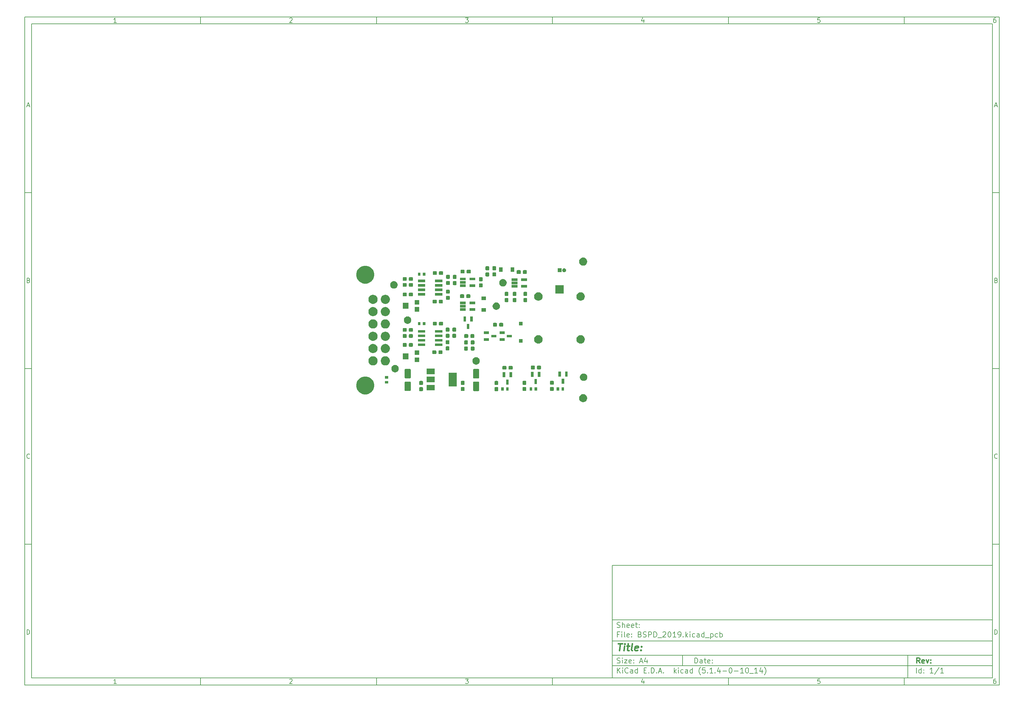
<source format=gbr>
G04 #@! TF.GenerationSoftware,KiCad,Pcbnew,(5.1.4-0-10_14)*
G04 #@! TF.CreationDate,2019-11-07T13:02:38-08:00*
G04 #@! TF.ProjectId,BSPD_2019,42535044-5f32-4303-9139-2e6b69636164,rev?*
G04 #@! TF.SameCoordinates,Original*
G04 #@! TF.FileFunction,Soldermask,Top*
G04 #@! TF.FilePolarity,Negative*
%FSLAX46Y46*%
G04 Gerber Fmt 4.6, Leading zero omitted, Abs format (unit mm)*
G04 Created by KiCad (PCBNEW (5.1.4-0-10_14)) date 2019-11-07 13:02:38*
%MOMM*%
%LPD*%
G04 APERTURE LIST*
%ADD10C,0.100000*%
%ADD11C,0.150000*%
%ADD12C,0.300000*%
%ADD13C,0.400000*%
G04 APERTURE END LIST*
D10*
D11*
X177002200Y-166007200D02*
X177002200Y-198007200D01*
X285002200Y-198007200D01*
X285002200Y-166007200D01*
X177002200Y-166007200D01*
D10*
D11*
X10000000Y-10000000D02*
X10000000Y-200007200D01*
X287002200Y-200007200D01*
X287002200Y-10000000D01*
X10000000Y-10000000D01*
D10*
D11*
X12000000Y-12000000D02*
X12000000Y-198007200D01*
X285002200Y-198007200D01*
X285002200Y-12000000D01*
X12000000Y-12000000D01*
D10*
D11*
X60000000Y-12000000D02*
X60000000Y-10000000D01*
D10*
D11*
X110000000Y-12000000D02*
X110000000Y-10000000D01*
D10*
D11*
X160000000Y-12000000D02*
X160000000Y-10000000D01*
D10*
D11*
X210000000Y-12000000D02*
X210000000Y-10000000D01*
D10*
D11*
X260000000Y-12000000D02*
X260000000Y-10000000D01*
D10*
D11*
X36065476Y-11588095D02*
X35322619Y-11588095D01*
X35694047Y-11588095D02*
X35694047Y-10288095D01*
X35570238Y-10473809D01*
X35446428Y-10597619D01*
X35322619Y-10659523D01*
D10*
D11*
X85322619Y-10411904D02*
X85384523Y-10350000D01*
X85508333Y-10288095D01*
X85817857Y-10288095D01*
X85941666Y-10350000D01*
X86003571Y-10411904D01*
X86065476Y-10535714D01*
X86065476Y-10659523D01*
X86003571Y-10845238D01*
X85260714Y-11588095D01*
X86065476Y-11588095D01*
D10*
D11*
X135260714Y-10288095D02*
X136065476Y-10288095D01*
X135632142Y-10783333D01*
X135817857Y-10783333D01*
X135941666Y-10845238D01*
X136003571Y-10907142D01*
X136065476Y-11030952D01*
X136065476Y-11340476D01*
X136003571Y-11464285D01*
X135941666Y-11526190D01*
X135817857Y-11588095D01*
X135446428Y-11588095D01*
X135322619Y-11526190D01*
X135260714Y-11464285D01*
D10*
D11*
X185941666Y-10721428D02*
X185941666Y-11588095D01*
X185632142Y-10226190D02*
X185322619Y-11154761D01*
X186127380Y-11154761D01*
D10*
D11*
X236003571Y-10288095D02*
X235384523Y-10288095D01*
X235322619Y-10907142D01*
X235384523Y-10845238D01*
X235508333Y-10783333D01*
X235817857Y-10783333D01*
X235941666Y-10845238D01*
X236003571Y-10907142D01*
X236065476Y-11030952D01*
X236065476Y-11340476D01*
X236003571Y-11464285D01*
X235941666Y-11526190D01*
X235817857Y-11588095D01*
X235508333Y-11588095D01*
X235384523Y-11526190D01*
X235322619Y-11464285D01*
D10*
D11*
X285941666Y-10288095D02*
X285694047Y-10288095D01*
X285570238Y-10350000D01*
X285508333Y-10411904D01*
X285384523Y-10597619D01*
X285322619Y-10845238D01*
X285322619Y-11340476D01*
X285384523Y-11464285D01*
X285446428Y-11526190D01*
X285570238Y-11588095D01*
X285817857Y-11588095D01*
X285941666Y-11526190D01*
X286003571Y-11464285D01*
X286065476Y-11340476D01*
X286065476Y-11030952D01*
X286003571Y-10907142D01*
X285941666Y-10845238D01*
X285817857Y-10783333D01*
X285570238Y-10783333D01*
X285446428Y-10845238D01*
X285384523Y-10907142D01*
X285322619Y-11030952D01*
D10*
D11*
X60000000Y-198007200D02*
X60000000Y-200007200D01*
D10*
D11*
X110000000Y-198007200D02*
X110000000Y-200007200D01*
D10*
D11*
X160000000Y-198007200D02*
X160000000Y-200007200D01*
D10*
D11*
X210000000Y-198007200D02*
X210000000Y-200007200D01*
D10*
D11*
X260000000Y-198007200D02*
X260000000Y-200007200D01*
D10*
D11*
X36065476Y-199595295D02*
X35322619Y-199595295D01*
X35694047Y-199595295D02*
X35694047Y-198295295D01*
X35570238Y-198481009D01*
X35446428Y-198604819D01*
X35322619Y-198666723D01*
D10*
D11*
X85322619Y-198419104D02*
X85384523Y-198357200D01*
X85508333Y-198295295D01*
X85817857Y-198295295D01*
X85941666Y-198357200D01*
X86003571Y-198419104D01*
X86065476Y-198542914D01*
X86065476Y-198666723D01*
X86003571Y-198852438D01*
X85260714Y-199595295D01*
X86065476Y-199595295D01*
D10*
D11*
X135260714Y-198295295D02*
X136065476Y-198295295D01*
X135632142Y-198790533D01*
X135817857Y-198790533D01*
X135941666Y-198852438D01*
X136003571Y-198914342D01*
X136065476Y-199038152D01*
X136065476Y-199347676D01*
X136003571Y-199471485D01*
X135941666Y-199533390D01*
X135817857Y-199595295D01*
X135446428Y-199595295D01*
X135322619Y-199533390D01*
X135260714Y-199471485D01*
D10*
D11*
X185941666Y-198728628D02*
X185941666Y-199595295D01*
X185632142Y-198233390D02*
X185322619Y-199161961D01*
X186127380Y-199161961D01*
D10*
D11*
X236003571Y-198295295D02*
X235384523Y-198295295D01*
X235322619Y-198914342D01*
X235384523Y-198852438D01*
X235508333Y-198790533D01*
X235817857Y-198790533D01*
X235941666Y-198852438D01*
X236003571Y-198914342D01*
X236065476Y-199038152D01*
X236065476Y-199347676D01*
X236003571Y-199471485D01*
X235941666Y-199533390D01*
X235817857Y-199595295D01*
X235508333Y-199595295D01*
X235384523Y-199533390D01*
X235322619Y-199471485D01*
D10*
D11*
X285941666Y-198295295D02*
X285694047Y-198295295D01*
X285570238Y-198357200D01*
X285508333Y-198419104D01*
X285384523Y-198604819D01*
X285322619Y-198852438D01*
X285322619Y-199347676D01*
X285384523Y-199471485D01*
X285446428Y-199533390D01*
X285570238Y-199595295D01*
X285817857Y-199595295D01*
X285941666Y-199533390D01*
X286003571Y-199471485D01*
X286065476Y-199347676D01*
X286065476Y-199038152D01*
X286003571Y-198914342D01*
X285941666Y-198852438D01*
X285817857Y-198790533D01*
X285570238Y-198790533D01*
X285446428Y-198852438D01*
X285384523Y-198914342D01*
X285322619Y-199038152D01*
D10*
D11*
X10000000Y-60000000D02*
X12000000Y-60000000D01*
D10*
D11*
X10000000Y-110000000D02*
X12000000Y-110000000D01*
D10*
D11*
X10000000Y-160000000D02*
X12000000Y-160000000D01*
D10*
D11*
X10690476Y-35216666D02*
X11309523Y-35216666D01*
X10566666Y-35588095D02*
X11000000Y-34288095D01*
X11433333Y-35588095D01*
D10*
D11*
X11092857Y-84907142D02*
X11278571Y-84969047D01*
X11340476Y-85030952D01*
X11402380Y-85154761D01*
X11402380Y-85340476D01*
X11340476Y-85464285D01*
X11278571Y-85526190D01*
X11154761Y-85588095D01*
X10659523Y-85588095D01*
X10659523Y-84288095D01*
X11092857Y-84288095D01*
X11216666Y-84350000D01*
X11278571Y-84411904D01*
X11340476Y-84535714D01*
X11340476Y-84659523D01*
X11278571Y-84783333D01*
X11216666Y-84845238D01*
X11092857Y-84907142D01*
X10659523Y-84907142D01*
D10*
D11*
X11402380Y-135464285D02*
X11340476Y-135526190D01*
X11154761Y-135588095D01*
X11030952Y-135588095D01*
X10845238Y-135526190D01*
X10721428Y-135402380D01*
X10659523Y-135278571D01*
X10597619Y-135030952D01*
X10597619Y-134845238D01*
X10659523Y-134597619D01*
X10721428Y-134473809D01*
X10845238Y-134350000D01*
X11030952Y-134288095D01*
X11154761Y-134288095D01*
X11340476Y-134350000D01*
X11402380Y-134411904D01*
D10*
D11*
X10659523Y-185588095D02*
X10659523Y-184288095D01*
X10969047Y-184288095D01*
X11154761Y-184350000D01*
X11278571Y-184473809D01*
X11340476Y-184597619D01*
X11402380Y-184845238D01*
X11402380Y-185030952D01*
X11340476Y-185278571D01*
X11278571Y-185402380D01*
X11154761Y-185526190D01*
X10969047Y-185588095D01*
X10659523Y-185588095D01*
D10*
D11*
X287002200Y-60000000D02*
X285002200Y-60000000D01*
D10*
D11*
X287002200Y-110000000D02*
X285002200Y-110000000D01*
D10*
D11*
X287002200Y-160000000D02*
X285002200Y-160000000D01*
D10*
D11*
X285692676Y-35216666D02*
X286311723Y-35216666D01*
X285568866Y-35588095D02*
X286002200Y-34288095D01*
X286435533Y-35588095D01*
D10*
D11*
X286095057Y-84907142D02*
X286280771Y-84969047D01*
X286342676Y-85030952D01*
X286404580Y-85154761D01*
X286404580Y-85340476D01*
X286342676Y-85464285D01*
X286280771Y-85526190D01*
X286156961Y-85588095D01*
X285661723Y-85588095D01*
X285661723Y-84288095D01*
X286095057Y-84288095D01*
X286218866Y-84350000D01*
X286280771Y-84411904D01*
X286342676Y-84535714D01*
X286342676Y-84659523D01*
X286280771Y-84783333D01*
X286218866Y-84845238D01*
X286095057Y-84907142D01*
X285661723Y-84907142D01*
D10*
D11*
X286404580Y-135464285D02*
X286342676Y-135526190D01*
X286156961Y-135588095D01*
X286033152Y-135588095D01*
X285847438Y-135526190D01*
X285723628Y-135402380D01*
X285661723Y-135278571D01*
X285599819Y-135030952D01*
X285599819Y-134845238D01*
X285661723Y-134597619D01*
X285723628Y-134473809D01*
X285847438Y-134350000D01*
X286033152Y-134288095D01*
X286156961Y-134288095D01*
X286342676Y-134350000D01*
X286404580Y-134411904D01*
D10*
D11*
X285661723Y-185588095D02*
X285661723Y-184288095D01*
X285971247Y-184288095D01*
X286156961Y-184350000D01*
X286280771Y-184473809D01*
X286342676Y-184597619D01*
X286404580Y-184845238D01*
X286404580Y-185030952D01*
X286342676Y-185278571D01*
X286280771Y-185402380D01*
X286156961Y-185526190D01*
X285971247Y-185588095D01*
X285661723Y-185588095D01*
D10*
D11*
X200434342Y-193785771D02*
X200434342Y-192285771D01*
X200791485Y-192285771D01*
X201005771Y-192357200D01*
X201148628Y-192500057D01*
X201220057Y-192642914D01*
X201291485Y-192928628D01*
X201291485Y-193142914D01*
X201220057Y-193428628D01*
X201148628Y-193571485D01*
X201005771Y-193714342D01*
X200791485Y-193785771D01*
X200434342Y-193785771D01*
X202577200Y-193785771D02*
X202577200Y-193000057D01*
X202505771Y-192857200D01*
X202362914Y-192785771D01*
X202077200Y-192785771D01*
X201934342Y-192857200D01*
X202577200Y-193714342D02*
X202434342Y-193785771D01*
X202077200Y-193785771D01*
X201934342Y-193714342D01*
X201862914Y-193571485D01*
X201862914Y-193428628D01*
X201934342Y-193285771D01*
X202077200Y-193214342D01*
X202434342Y-193214342D01*
X202577200Y-193142914D01*
X203077200Y-192785771D02*
X203648628Y-192785771D01*
X203291485Y-192285771D02*
X203291485Y-193571485D01*
X203362914Y-193714342D01*
X203505771Y-193785771D01*
X203648628Y-193785771D01*
X204720057Y-193714342D02*
X204577200Y-193785771D01*
X204291485Y-193785771D01*
X204148628Y-193714342D01*
X204077200Y-193571485D01*
X204077200Y-193000057D01*
X204148628Y-192857200D01*
X204291485Y-192785771D01*
X204577200Y-192785771D01*
X204720057Y-192857200D01*
X204791485Y-193000057D01*
X204791485Y-193142914D01*
X204077200Y-193285771D01*
X205434342Y-193642914D02*
X205505771Y-193714342D01*
X205434342Y-193785771D01*
X205362914Y-193714342D01*
X205434342Y-193642914D01*
X205434342Y-193785771D01*
X205434342Y-192857200D02*
X205505771Y-192928628D01*
X205434342Y-193000057D01*
X205362914Y-192928628D01*
X205434342Y-192857200D01*
X205434342Y-193000057D01*
D10*
D11*
X177002200Y-194507200D02*
X285002200Y-194507200D01*
D10*
D11*
X178434342Y-196585771D02*
X178434342Y-195085771D01*
X179291485Y-196585771D02*
X178648628Y-195728628D01*
X179291485Y-195085771D02*
X178434342Y-195942914D01*
X179934342Y-196585771D02*
X179934342Y-195585771D01*
X179934342Y-195085771D02*
X179862914Y-195157200D01*
X179934342Y-195228628D01*
X180005771Y-195157200D01*
X179934342Y-195085771D01*
X179934342Y-195228628D01*
X181505771Y-196442914D02*
X181434342Y-196514342D01*
X181220057Y-196585771D01*
X181077200Y-196585771D01*
X180862914Y-196514342D01*
X180720057Y-196371485D01*
X180648628Y-196228628D01*
X180577200Y-195942914D01*
X180577200Y-195728628D01*
X180648628Y-195442914D01*
X180720057Y-195300057D01*
X180862914Y-195157200D01*
X181077200Y-195085771D01*
X181220057Y-195085771D01*
X181434342Y-195157200D01*
X181505771Y-195228628D01*
X182791485Y-196585771D02*
X182791485Y-195800057D01*
X182720057Y-195657200D01*
X182577200Y-195585771D01*
X182291485Y-195585771D01*
X182148628Y-195657200D01*
X182791485Y-196514342D02*
X182648628Y-196585771D01*
X182291485Y-196585771D01*
X182148628Y-196514342D01*
X182077200Y-196371485D01*
X182077200Y-196228628D01*
X182148628Y-196085771D01*
X182291485Y-196014342D01*
X182648628Y-196014342D01*
X182791485Y-195942914D01*
X184148628Y-196585771D02*
X184148628Y-195085771D01*
X184148628Y-196514342D02*
X184005771Y-196585771D01*
X183720057Y-196585771D01*
X183577200Y-196514342D01*
X183505771Y-196442914D01*
X183434342Y-196300057D01*
X183434342Y-195871485D01*
X183505771Y-195728628D01*
X183577200Y-195657200D01*
X183720057Y-195585771D01*
X184005771Y-195585771D01*
X184148628Y-195657200D01*
X186005771Y-195800057D02*
X186505771Y-195800057D01*
X186720057Y-196585771D02*
X186005771Y-196585771D01*
X186005771Y-195085771D01*
X186720057Y-195085771D01*
X187362914Y-196442914D02*
X187434342Y-196514342D01*
X187362914Y-196585771D01*
X187291485Y-196514342D01*
X187362914Y-196442914D01*
X187362914Y-196585771D01*
X188077200Y-196585771D02*
X188077200Y-195085771D01*
X188434342Y-195085771D01*
X188648628Y-195157200D01*
X188791485Y-195300057D01*
X188862914Y-195442914D01*
X188934342Y-195728628D01*
X188934342Y-195942914D01*
X188862914Y-196228628D01*
X188791485Y-196371485D01*
X188648628Y-196514342D01*
X188434342Y-196585771D01*
X188077200Y-196585771D01*
X189577200Y-196442914D02*
X189648628Y-196514342D01*
X189577200Y-196585771D01*
X189505771Y-196514342D01*
X189577200Y-196442914D01*
X189577200Y-196585771D01*
X190220057Y-196157200D02*
X190934342Y-196157200D01*
X190077200Y-196585771D02*
X190577200Y-195085771D01*
X191077200Y-196585771D01*
X191577200Y-196442914D02*
X191648628Y-196514342D01*
X191577200Y-196585771D01*
X191505771Y-196514342D01*
X191577200Y-196442914D01*
X191577200Y-196585771D01*
X194577200Y-196585771D02*
X194577200Y-195085771D01*
X194720057Y-196014342D02*
X195148628Y-196585771D01*
X195148628Y-195585771D02*
X194577200Y-196157200D01*
X195791485Y-196585771D02*
X195791485Y-195585771D01*
X195791485Y-195085771D02*
X195720057Y-195157200D01*
X195791485Y-195228628D01*
X195862914Y-195157200D01*
X195791485Y-195085771D01*
X195791485Y-195228628D01*
X197148628Y-196514342D02*
X197005771Y-196585771D01*
X196720057Y-196585771D01*
X196577200Y-196514342D01*
X196505771Y-196442914D01*
X196434342Y-196300057D01*
X196434342Y-195871485D01*
X196505771Y-195728628D01*
X196577200Y-195657200D01*
X196720057Y-195585771D01*
X197005771Y-195585771D01*
X197148628Y-195657200D01*
X198434342Y-196585771D02*
X198434342Y-195800057D01*
X198362914Y-195657200D01*
X198220057Y-195585771D01*
X197934342Y-195585771D01*
X197791485Y-195657200D01*
X198434342Y-196514342D02*
X198291485Y-196585771D01*
X197934342Y-196585771D01*
X197791485Y-196514342D01*
X197720057Y-196371485D01*
X197720057Y-196228628D01*
X197791485Y-196085771D01*
X197934342Y-196014342D01*
X198291485Y-196014342D01*
X198434342Y-195942914D01*
X199791485Y-196585771D02*
X199791485Y-195085771D01*
X199791485Y-196514342D02*
X199648628Y-196585771D01*
X199362914Y-196585771D01*
X199220057Y-196514342D01*
X199148628Y-196442914D01*
X199077200Y-196300057D01*
X199077200Y-195871485D01*
X199148628Y-195728628D01*
X199220057Y-195657200D01*
X199362914Y-195585771D01*
X199648628Y-195585771D01*
X199791485Y-195657200D01*
X202077200Y-197157200D02*
X202005771Y-197085771D01*
X201862914Y-196871485D01*
X201791485Y-196728628D01*
X201720057Y-196514342D01*
X201648628Y-196157200D01*
X201648628Y-195871485D01*
X201720057Y-195514342D01*
X201791485Y-195300057D01*
X201862914Y-195157200D01*
X202005771Y-194942914D01*
X202077200Y-194871485D01*
X203362914Y-195085771D02*
X202648628Y-195085771D01*
X202577200Y-195800057D01*
X202648628Y-195728628D01*
X202791485Y-195657200D01*
X203148628Y-195657200D01*
X203291485Y-195728628D01*
X203362914Y-195800057D01*
X203434342Y-195942914D01*
X203434342Y-196300057D01*
X203362914Y-196442914D01*
X203291485Y-196514342D01*
X203148628Y-196585771D01*
X202791485Y-196585771D01*
X202648628Y-196514342D01*
X202577200Y-196442914D01*
X204077200Y-196442914D02*
X204148628Y-196514342D01*
X204077200Y-196585771D01*
X204005771Y-196514342D01*
X204077200Y-196442914D01*
X204077200Y-196585771D01*
X205577200Y-196585771D02*
X204720057Y-196585771D01*
X205148628Y-196585771D02*
X205148628Y-195085771D01*
X205005771Y-195300057D01*
X204862914Y-195442914D01*
X204720057Y-195514342D01*
X206220057Y-196442914D02*
X206291485Y-196514342D01*
X206220057Y-196585771D01*
X206148628Y-196514342D01*
X206220057Y-196442914D01*
X206220057Y-196585771D01*
X207577200Y-195585771D02*
X207577200Y-196585771D01*
X207220057Y-195014342D02*
X206862914Y-196085771D01*
X207791485Y-196085771D01*
X208362914Y-196014342D02*
X209505771Y-196014342D01*
X210505771Y-195085771D02*
X210648628Y-195085771D01*
X210791485Y-195157200D01*
X210862914Y-195228628D01*
X210934342Y-195371485D01*
X211005771Y-195657200D01*
X211005771Y-196014342D01*
X210934342Y-196300057D01*
X210862914Y-196442914D01*
X210791485Y-196514342D01*
X210648628Y-196585771D01*
X210505771Y-196585771D01*
X210362914Y-196514342D01*
X210291485Y-196442914D01*
X210220057Y-196300057D01*
X210148628Y-196014342D01*
X210148628Y-195657200D01*
X210220057Y-195371485D01*
X210291485Y-195228628D01*
X210362914Y-195157200D01*
X210505771Y-195085771D01*
X211648628Y-196014342D02*
X212791485Y-196014342D01*
X214291485Y-196585771D02*
X213434342Y-196585771D01*
X213862914Y-196585771D02*
X213862914Y-195085771D01*
X213720057Y-195300057D01*
X213577200Y-195442914D01*
X213434342Y-195514342D01*
X215220057Y-195085771D02*
X215362914Y-195085771D01*
X215505771Y-195157200D01*
X215577200Y-195228628D01*
X215648628Y-195371485D01*
X215720057Y-195657200D01*
X215720057Y-196014342D01*
X215648628Y-196300057D01*
X215577200Y-196442914D01*
X215505771Y-196514342D01*
X215362914Y-196585771D01*
X215220057Y-196585771D01*
X215077200Y-196514342D01*
X215005771Y-196442914D01*
X214934342Y-196300057D01*
X214862914Y-196014342D01*
X214862914Y-195657200D01*
X214934342Y-195371485D01*
X215005771Y-195228628D01*
X215077200Y-195157200D01*
X215220057Y-195085771D01*
X216005771Y-196728628D02*
X217148628Y-196728628D01*
X218291485Y-196585771D02*
X217434342Y-196585771D01*
X217862914Y-196585771D02*
X217862914Y-195085771D01*
X217720057Y-195300057D01*
X217577200Y-195442914D01*
X217434342Y-195514342D01*
X219577200Y-195585771D02*
X219577200Y-196585771D01*
X219220057Y-195014342D02*
X218862914Y-196085771D01*
X219791485Y-196085771D01*
X220220057Y-197157200D02*
X220291485Y-197085771D01*
X220434342Y-196871485D01*
X220505771Y-196728628D01*
X220577200Y-196514342D01*
X220648628Y-196157200D01*
X220648628Y-195871485D01*
X220577200Y-195514342D01*
X220505771Y-195300057D01*
X220434342Y-195157200D01*
X220291485Y-194942914D01*
X220220057Y-194871485D01*
D10*
D11*
X177002200Y-191507200D02*
X285002200Y-191507200D01*
D10*
D12*
X264411485Y-193785771D02*
X263911485Y-193071485D01*
X263554342Y-193785771D02*
X263554342Y-192285771D01*
X264125771Y-192285771D01*
X264268628Y-192357200D01*
X264340057Y-192428628D01*
X264411485Y-192571485D01*
X264411485Y-192785771D01*
X264340057Y-192928628D01*
X264268628Y-193000057D01*
X264125771Y-193071485D01*
X263554342Y-193071485D01*
X265625771Y-193714342D02*
X265482914Y-193785771D01*
X265197200Y-193785771D01*
X265054342Y-193714342D01*
X264982914Y-193571485D01*
X264982914Y-193000057D01*
X265054342Y-192857200D01*
X265197200Y-192785771D01*
X265482914Y-192785771D01*
X265625771Y-192857200D01*
X265697200Y-193000057D01*
X265697200Y-193142914D01*
X264982914Y-193285771D01*
X266197200Y-192785771D02*
X266554342Y-193785771D01*
X266911485Y-192785771D01*
X267482914Y-193642914D02*
X267554342Y-193714342D01*
X267482914Y-193785771D01*
X267411485Y-193714342D01*
X267482914Y-193642914D01*
X267482914Y-193785771D01*
X267482914Y-192857200D02*
X267554342Y-192928628D01*
X267482914Y-193000057D01*
X267411485Y-192928628D01*
X267482914Y-192857200D01*
X267482914Y-193000057D01*
D10*
D11*
X178362914Y-193714342D02*
X178577200Y-193785771D01*
X178934342Y-193785771D01*
X179077200Y-193714342D01*
X179148628Y-193642914D01*
X179220057Y-193500057D01*
X179220057Y-193357200D01*
X179148628Y-193214342D01*
X179077200Y-193142914D01*
X178934342Y-193071485D01*
X178648628Y-193000057D01*
X178505771Y-192928628D01*
X178434342Y-192857200D01*
X178362914Y-192714342D01*
X178362914Y-192571485D01*
X178434342Y-192428628D01*
X178505771Y-192357200D01*
X178648628Y-192285771D01*
X179005771Y-192285771D01*
X179220057Y-192357200D01*
X179862914Y-193785771D02*
X179862914Y-192785771D01*
X179862914Y-192285771D02*
X179791485Y-192357200D01*
X179862914Y-192428628D01*
X179934342Y-192357200D01*
X179862914Y-192285771D01*
X179862914Y-192428628D01*
X180434342Y-192785771D02*
X181220057Y-192785771D01*
X180434342Y-193785771D01*
X181220057Y-193785771D01*
X182362914Y-193714342D02*
X182220057Y-193785771D01*
X181934342Y-193785771D01*
X181791485Y-193714342D01*
X181720057Y-193571485D01*
X181720057Y-193000057D01*
X181791485Y-192857200D01*
X181934342Y-192785771D01*
X182220057Y-192785771D01*
X182362914Y-192857200D01*
X182434342Y-193000057D01*
X182434342Y-193142914D01*
X181720057Y-193285771D01*
X183077200Y-193642914D02*
X183148628Y-193714342D01*
X183077200Y-193785771D01*
X183005771Y-193714342D01*
X183077200Y-193642914D01*
X183077200Y-193785771D01*
X183077200Y-192857200D02*
X183148628Y-192928628D01*
X183077200Y-193000057D01*
X183005771Y-192928628D01*
X183077200Y-192857200D01*
X183077200Y-193000057D01*
X184862914Y-193357200D02*
X185577200Y-193357200D01*
X184720057Y-193785771D02*
X185220057Y-192285771D01*
X185720057Y-193785771D01*
X186862914Y-192785771D02*
X186862914Y-193785771D01*
X186505771Y-192214342D02*
X186148628Y-193285771D01*
X187077200Y-193285771D01*
D10*
D11*
X263434342Y-196585771D02*
X263434342Y-195085771D01*
X264791485Y-196585771D02*
X264791485Y-195085771D01*
X264791485Y-196514342D02*
X264648628Y-196585771D01*
X264362914Y-196585771D01*
X264220057Y-196514342D01*
X264148628Y-196442914D01*
X264077200Y-196300057D01*
X264077200Y-195871485D01*
X264148628Y-195728628D01*
X264220057Y-195657200D01*
X264362914Y-195585771D01*
X264648628Y-195585771D01*
X264791485Y-195657200D01*
X265505771Y-196442914D02*
X265577200Y-196514342D01*
X265505771Y-196585771D01*
X265434342Y-196514342D01*
X265505771Y-196442914D01*
X265505771Y-196585771D01*
X265505771Y-195657200D02*
X265577200Y-195728628D01*
X265505771Y-195800057D01*
X265434342Y-195728628D01*
X265505771Y-195657200D01*
X265505771Y-195800057D01*
X268148628Y-196585771D02*
X267291485Y-196585771D01*
X267720057Y-196585771D02*
X267720057Y-195085771D01*
X267577200Y-195300057D01*
X267434342Y-195442914D01*
X267291485Y-195514342D01*
X269862914Y-195014342D02*
X268577200Y-196942914D01*
X271148628Y-196585771D02*
X270291485Y-196585771D01*
X270720057Y-196585771D02*
X270720057Y-195085771D01*
X270577200Y-195300057D01*
X270434342Y-195442914D01*
X270291485Y-195514342D01*
D10*
D11*
X177002200Y-187507200D02*
X285002200Y-187507200D01*
D10*
D13*
X178714580Y-188211961D02*
X179857438Y-188211961D01*
X179036009Y-190211961D02*
X179286009Y-188211961D01*
X180274104Y-190211961D02*
X180440771Y-188878628D01*
X180524104Y-188211961D02*
X180416961Y-188307200D01*
X180500295Y-188402438D01*
X180607438Y-188307200D01*
X180524104Y-188211961D01*
X180500295Y-188402438D01*
X181107438Y-188878628D02*
X181869342Y-188878628D01*
X181476485Y-188211961D02*
X181262200Y-189926247D01*
X181333628Y-190116723D01*
X181512200Y-190211961D01*
X181702676Y-190211961D01*
X182655057Y-190211961D02*
X182476485Y-190116723D01*
X182405057Y-189926247D01*
X182619342Y-188211961D01*
X184190771Y-190116723D02*
X183988390Y-190211961D01*
X183607438Y-190211961D01*
X183428866Y-190116723D01*
X183357438Y-189926247D01*
X183452676Y-189164342D01*
X183571723Y-188973866D01*
X183774104Y-188878628D01*
X184155057Y-188878628D01*
X184333628Y-188973866D01*
X184405057Y-189164342D01*
X184381247Y-189354819D01*
X183405057Y-189545295D01*
X185155057Y-190021485D02*
X185238390Y-190116723D01*
X185131247Y-190211961D01*
X185047914Y-190116723D01*
X185155057Y-190021485D01*
X185131247Y-190211961D01*
X185286009Y-188973866D02*
X185369342Y-189069104D01*
X185262200Y-189164342D01*
X185178866Y-189069104D01*
X185286009Y-188973866D01*
X185262200Y-189164342D01*
D10*
D11*
X178934342Y-185600057D02*
X178434342Y-185600057D01*
X178434342Y-186385771D02*
X178434342Y-184885771D01*
X179148628Y-184885771D01*
X179720057Y-186385771D02*
X179720057Y-185385771D01*
X179720057Y-184885771D02*
X179648628Y-184957200D01*
X179720057Y-185028628D01*
X179791485Y-184957200D01*
X179720057Y-184885771D01*
X179720057Y-185028628D01*
X180648628Y-186385771D02*
X180505771Y-186314342D01*
X180434342Y-186171485D01*
X180434342Y-184885771D01*
X181791485Y-186314342D02*
X181648628Y-186385771D01*
X181362914Y-186385771D01*
X181220057Y-186314342D01*
X181148628Y-186171485D01*
X181148628Y-185600057D01*
X181220057Y-185457200D01*
X181362914Y-185385771D01*
X181648628Y-185385771D01*
X181791485Y-185457200D01*
X181862914Y-185600057D01*
X181862914Y-185742914D01*
X181148628Y-185885771D01*
X182505771Y-186242914D02*
X182577200Y-186314342D01*
X182505771Y-186385771D01*
X182434342Y-186314342D01*
X182505771Y-186242914D01*
X182505771Y-186385771D01*
X182505771Y-185457200D02*
X182577200Y-185528628D01*
X182505771Y-185600057D01*
X182434342Y-185528628D01*
X182505771Y-185457200D01*
X182505771Y-185600057D01*
X184862914Y-185600057D02*
X185077200Y-185671485D01*
X185148628Y-185742914D01*
X185220057Y-185885771D01*
X185220057Y-186100057D01*
X185148628Y-186242914D01*
X185077200Y-186314342D01*
X184934342Y-186385771D01*
X184362914Y-186385771D01*
X184362914Y-184885771D01*
X184862914Y-184885771D01*
X185005771Y-184957200D01*
X185077200Y-185028628D01*
X185148628Y-185171485D01*
X185148628Y-185314342D01*
X185077200Y-185457200D01*
X185005771Y-185528628D01*
X184862914Y-185600057D01*
X184362914Y-185600057D01*
X185791485Y-186314342D02*
X186005771Y-186385771D01*
X186362914Y-186385771D01*
X186505771Y-186314342D01*
X186577200Y-186242914D01*
X186648628Y-186100057D01*
X186648628Y-185957200D01*
X186577200Y-185814342D01*
X186505771Y-185742914D01*
X186362914Y-185671485D01*
X186077200Y-185600057D01*
X185934342Y-185528628D01*
X185862914Y-185457200D01*
X185791485Y-185314342D01*
X185791485Y-185171485D01*
X185862914Y-185028628D01*
X185934342Y-184957200D01*
X186077200Y-184885771D01*
X186434342Y-184885771D01*
X186648628Y-184957200D01*
X187291485Y-186385771D02*
X187291485Y-184885771D01*
X187862914Y-184885771D01*
X188005771Y-184957200D01*
X188077200Y-185028628D01*
X188148628Y-185171485D01*
X188148628Y-185385771D01*
X188077200Y-185528628D01*
X188005771Y-185600057D01*
X187862914Y-185671485D01*
X187291485Y-185671485D01*
X188791485Y-186385771D02*
X188791485Y-184885771D01*
X189148628Y-184885771D01*
X189362914Y-184957200D01*
X189505771Y-185100057D01*
X189577200Y-185242914D01*
X189648628Y-185528628D01*
X189648628Y-185742914D01*
X189577200Y-186028628D01*
X189505771Y-186171485D01*
X189362914Y-186314342D01*
X189148628Y-186385771D01*
X188791485Y-186385771D01*
X189934342Y-186528628D02*
X191077200Y-186528628D01*
X191362914Y-185028628D02*
X191434342Y-184957200D01*
X191577200Y-184885771D01*
X191934342Y-184885771D01*
X192077200Y-184957200D01*
X192148628Y-185028628D01*
X192220057Y-185171485D01*
X192220057Y-185314342D01*
X192148628Y-185528628D01*
X191291485Y-186385771D01*
X192220057Y-186385771D01*
X193148628Y-184885771D02*
X193291485Y-184885771D01*
X193434342Y-184957200D01*
X193505771Y-185028628D01*
X193577200Y-185171485D01*
X193648628Y-185457200D01*
X193648628Y-185814342D01*
X193577200Y-186100057D01*
X193505771Y-186242914D01*
X193434342Y-186314342D01*
X193291485Y-186385771D01*
X193148628Y-186385771D01*
X193005771Y-186314342D01*
X192934342Y-186242914D01*
X192862914Y-186100057D01*
X192791485Y-185814342D01*
X192791485Y-185457200D01*
X192862914Y-185171485D01*
X192934342Y-185028628D01*
X193005771Y-184957200D01*
X193148628Y-184885771D01*
X195077200Y-186385771D02*
X194220057Y-186385771D01*
X194648628Y-186385771D02*
X194648628Y-184885771D01*
X194505771Y-185100057D01*
X194362914Y-185242914D01*
X194220057Y-185314342D01*
X195791485Y-186385771D02*
X196077200Y-186385771D01*
X196220057Y-186314342D01*
X196291485Y-186242914D01*
X196434342Y-186028628D01*
X196505771Y-185742914D01*
X196505771Y-185171485D01*
X196434342Y-185028628D01*
X196362914Y-184957200D01*
X196220057Y-184885771D01*
X195934342Y-184885771D01*
X195791485Y-184957200D01*
X195720057Y-185028628D01*
X195648628Y-185171485D01*
X195648628Y-185528628D01*
X195720057Y-185671485D01*
X195791485Y-185742914D01*
X195934342Y-185814342D01*
X196220057Y-185814342D01*
X196362914Y-185742914D01*
X196434342Y-185671485D01*
X196505771Y-185528628D01*
X197148628Y-186242914D02*
X197220057Y-186314342D01*
X197148628Y-186385771D01*
X197077200Y-186314342D01*
X197148628Y-186242914D01*
X197148628Y-186385771D01*
X197862914Y-186385771D02*
X197862914Y-184885771D01*
X198005771Y-185814342D02*
X198434342Y-186385771D01*
X198434342Y-185385771D02*
X197862914Y-185957200D01*
X199077200Y-186385771D02*
X199077200Y-185385771D01*
X199077200Y-184885771D02*
X199005771Y-184957200D01*
X199077200Y-185028628D01*
X199148628Y-184957200D01*
X199077200Y-184885771D01*
X199077200Y-185028628D01*
X200434342Y-186314342D02*
X200291485Y-186385771D01*
X200005771Y-186385771D01*
X199862914Y-186314342D01*
X199791485Y-186242914D01*
X199720057Y-186100057D01*
X199720057Y-185671485D01*
X199791485Y-185528628D01*
X199862914Y-185457200D01*
X200005771Y-185385771D01*
X200291485Y-185385771D01*
X200434342Y-185457200D01*
X201720057Y-186385771D02*
X201720057Y-185600057D01*
X201648628Y-185457200D01*
X201505771Y-185385771D01*
X201220057Y-185385771D01*
X201077200Y-185457200D01*
X201720057Y-186314342D02*
X201577200Y-186385771D01*
X201220057Y-186385771D01*
X201077200Y-186314342D01*
X201005771Y-186171485D01*
X201005771Y-186028628D01*
X201077200Y-185885771D01*
X201220057Y-185814342D01*
X201577200Y-185814342D01*
X201720057Y-185742914D01*
X203077200Y-186385771D02*
X203077200Y-184885771D01*
X203077200Y-186314342D02*
X202934342Y-186385771D01*
X202648628Y-186385771D01*
X202505771Y-186314342D01*
X202434342Y-186242914D01*
X202362914Y-186100057D01*
X202362914Y-185671485D01*
X202434342Y-185528628D01*
X202505771Y-185457200D01*
X202648628Y-185385771D01*
X202934342Y-185385771D01*
X203077200Y-185457200D01*
X203434342Y-186528628D02*
X204577200Y-186528628D01*
X204934342Y-185385771D02*
X204934342Y-186885771D01*
X204934342Y-185457200D02*
X205077200Y-185385771D01*
X205362914Y-185385771D01*
X205505771Y-185457200D01*
X205577200Y-185528628D01*
X205648628Y-185671485D01*
X205648628Y-186100057D01*
X205577200Y-186242914D01*
X205505771Y-186314342D01*
X205362914Y-186385771D01*
X205077200Y-186385771D01*
X204934342Y-186314342D01*
X206934342Y-186314342D02*
X206791485Y-186385771D01*
X206505771Y-186385771D01*
X206362914Y-186314342D01*
X206291485Y-186242914D01*
X206220057Y-186100057D01*
X206220057Y-185671485D01*
X206291485Y-185528628D01*
X206362914Y-185457200D01*
X206505771Y-185385771D01*
X206791485Y-185385771D01*
X206934342Y-185457200D01*
X207577200Y-186385771D02*
X207577200Y-184885771D01*
X207577200Y-185457200D02*
X207720057Y-185385771D01*
X208005771Y-185385771D01*
X208148628Y-185457200D01*
X208220057Y-185528628D01*
X208291485Y-185671485D01*
X208291485Y-186100057D01*
X208220057Y-186242914D01*
X208148628Y-186314342D01*
X208005771Y-186385771D01*
X207720057Y-186385771D01*
X207577200Y-186314342D01*
D10*
D11*
X177002200Y-181507200D02*
X285002200Y-181507200D01*
D10*
D11*
X178362914Y-183614342D02*
X178577200Y-183685771D01*
X178934342Y-183685771D01*
X179077200Y-183614342D01*
X179148628Y-183542914D01*
X179220057Y-183400057D01*
X179220057Y-183257200D01*
X179148628Y-183114342D01*
X179077200Y-183042914D01*
X178934342Y-182971485D01*
X178648628Y-182900057D01*
X178505771Y-182828628D01*
X178434342Y-182757200D01*
X178362914Y-182614342D01*
X178362914Y-182471485D01*
X178434342Y-182328628D01*
X178505771Y-182257200D01*
X178648628Y-182185771D01*
X179005771Y-182185771D01*
X179220057Y-182257200D01*
X179862914Y-183685771D02*
X179862914Y-182185771D01*
X180505771Y-183685771D02*
X180505771Y-182900057D01*
X180434342Y-182757200D01*
X180291485Y-182685771D01*
X180077200Y-182685771D01*
X179934342Y-182757200D01*
X179862914Y-182828628D01*
X181791485Y-183614342D02*
X181648628Y-183685771D01*
X181362914Y-183685771D01*
X181220057Y-183614342D01*
X181148628Y-183471485D01*
X181148628Y-182900057D01*
X181220057Y-182757200D01*
X181362914Y-182685771D01*
X181648628Y-182685771D01*
X181791485Y-182757200D01*
X181862914Y-182900057D01*
X181862914Y-183042914D01*
X181148628Y-183185771D01*
X183077200Y-183614342D02*
X182934342Y-183685771D01*
X182648628Y-183685771D01*
X182505771Y-183614342D01*
X182434342Y-183471485D01*
X182434342Y-182900057D01*
X182505771Y-182757200D01*
X182648628Y-182685771D01*
X182934342Y-182685771D01*
X183077200Y-182757200D01*
X183148628Y-182900057D01*
X183148628Y-183042914D01*
X182434342Y-183185771D01*
X183577200Y-182685771D02*
X184148628Y-182685771D01*
X183791485Y-182185771D02*
X183791485Y-183471485D01*
X183862914Y-183614342D01*
X184005771Y-183685771D01*
X184148628Y-183685771D01*
X184648628Y-183542914D02*
X184720057Y-183614342D01*
X184648628Y-183685771D01*
X184577200Y-183614342D01*
X184648628Y-183542914D01*
X184648628Y-183685771D01*
X184648628Y-182757200D02*
X184720057Y-182828628D01*
X184648628Y-182900057D01*
X184577200Y-182828628D01*
X184648628Y-182757200D01*
X184648628Y-182900057D01*
D10*
D11*
X197002200Y-191507200D02*
X197002200Y-194507200D01*
D10*
D11*
X261002200Y-191507200D02*
X261002200Y-198007200D01*
D10*
G36*
X169055176Y-117320925D02*
G01*
X169264609Y-117407674D01*
X169453094Y-117533616D01*
X169613384Y-117693906D01*
X169739326Y-117882391D01*
X169826075Y-118091824D01*
X169870300Y-118314156D01*
X169870300Y-118540844D01*
X169826075Y-118763176D01*
X169739326Y-118972609D01*
X169613384Y-119161094D01*
X169453094Y-119321384D01*
X169264609Y-119447326D01*
X169055176Y-119534075D01*
X168832844Y-119578300D01*
X168606156Y-119578300D01*
X168383824Y-119534075D01*
X168174391Y-119447326D01*
X167985906Y-119321384D01*
X167825616Y-119161094D01*
X167699674Y-118972609D01*
X167612925Y-118763176D01*
X167568700Y-118540844D01*
X167568700Y-118314156D01*
X167612925Y-118091824D01*
X167699674Y-117882391D01*
X167825616Y-117693906D01*
X167985906Y-117533616D01*
X168174391Y-117407674D01*
X168383824Y-117320925D01*
X168606156Y-117276700D01*
X168832844Y-117276700D01*
X169055176Y-117320925D01*
X169055176Y-117320925D01*
G37*
G36*
X107538041Y-112357226D02*
G01*
X108002257Y-112549510D01*
X108420042Y-112828665D01*
X108775335Y-113183958D01*
X109054490Y-113601743D01*
X109246774Y-114065959D01*
X109344800Y-114558768D01*
X109344800Y-115061232D01*
X109246774Y-115554041D01*
X109054490Y-116018257D01*
X108775335Y-116436042D01*
X108420042Y-116791335D01*
X108002257Y-117070490D01*
X107538041Y-117262774D01*
X107045232Y-117360800D01*
X106542768Y-117360800D01*
X106049959Y-117262774D01*
X105585743Y-117070490D01*
X105167958Y-116791335D01*
X104812665Y-116436042D01*
X104533510Y-116018257D01*
X104341226Y-115554041D01*
X104243200Y-115061232D01*
X104243200Y-114558768D01*
X104341226Y-114065959D01*
X104533510Y-113601743D01*
X104812665Y-113183958D01*
X105167958Y-112828665D01*
X105585743Y-112549510D01*
X106049959Y-112357226D01*
X106542768Y-112259200D01*
X107045232Y-112259200D01*
X107538041Y-112357226D01*
X107538041Y-112357226D01*
G37*
G36*
X144390684Y-115278404D02*
G01*
X144435191Y-115291905D01*
X144476212Y-115313831D01*
X144512164Y-115343336D01*
X144541669Y-115379288D01*
X144563595Y-115420309D01*
X144577096Y-115464816D01*
X144581900Y-115513593D01*
X144581900Y-116185207D01*
X144577096Y-116233984D01*
X144563595Y-116278491D01*
X144541669Y-116319512D01*
X144512164Y-116355464D01*
X144476212Y-116384969D01*
X144435191Y-116406895D01*
X144390684Y-116420396D01*
X144341907Y-116425200D01*
X143770293Y-116425200D01*
X143721516Y-116420396D01*
X143677009Y-116406895D01*
X143635988Y-116384969D01*
X143600036Y-116355464D01*
X143570531Y-116319512D01*
X143548605Y-116278491D01*
X143535104Y-116233984D01*
X143530300Y-116185207D01*
X143530300Y-115513593D01*
X143535104Y-115464816D01*
X143548605Y-115420309D01*
X143570531Y-115379288D01*
X143600036Y-115343336D01*
X143635988Y-115313831D01*
X143677009Y-115291905D01*
X143721516Y-115278404D01*
X143770293Y-115273600D01*
X144341907Y-115273600D01*
X144390684Y-115278404D01*
X144390684Y-115278404D01*
G37*
G36*
X122991184Y-115278404D02*
G01*
X123035691Y-115291905D01*
X123076712Y-115313831D01*
X123112664Y-115343336D01*
X123142169Y-115379288D01*
X123164095Y-115420309D01*
X123177596Y-115464816D01*
X123182400Y-115513593D01*
X123182400Y-116185207D01*
X123177596Y-116233984D01*
X123164095Y-116278491D01*
X123142169Y-116319512D01*
X123112664Y-116355464D01*
X123076712Y-116384969D01*
X123035691Y-116406895D01*
X122991184Y-116420396D01*
X122942407Y-116425200D01*
X122370793Y-116425200D01*
X122322016Y-116420396D01*
X122277509Y-116406895D01*
X122236488Y-116384969D01*
X122200536Y-116355464D01*
X122171031Y-116319512D01*
X122149105Y-116278491D01*
X122135604Y-116233984D01*
X122130800Y-116185207D01*
X122130800Y-115513593D01*
X122135604Y-115464816D01*
X122149105Y-115420309D01*
X122171031Y-115379288D01*
X122200536Y-115343336D01*
X122236488Y-115313831D01*
X122277509Y-115291905D01*
X122322016Y-115278404D01*
X122370793Y-115273600D01*
X122942407Y-115273600D01*
X122991184Y-115278404D01*
X122991184Y-115278404D01*
G37*
G36*
X138967855Y-113715878D02*
G01*
X139011138Y-113729008D01*
X139051024Y-113750328D01*
X139085983Y-113779017D01*
X139114672Y-113813976D01*
X139135992Y-113853862D01*
X139149122Y-113897145D01*
X139153800Y-113944642D01*
X139153800Y-116179358D01*
X139149122Y-116226855D01*
X139135992Y-116270138D01*
X139114672Y-116310024D01*
X139085983Y-116344983D01*
X139051024Y-116373672D01*
X139011138Y-116394992D01*
X138967855Y-116408122D01*
X138920358Y-116412800D01*
X137685642Y-116412800D01*
X137638145Y-116408122D01*
X137594862Y-116394992D01*
X137554976Y-116373672D01*
X137520017Y-116344983D01*
X137491328Y-116310024D01*
X137470008Y-116270138D01*
X137456878Y-116226855D01*
X137452200Y-116179358D01*
X137452200Y-113944642D01*
X137456878Y-113897145D01*
X137470008Y-113853862D01*
X137491328Y-113813976D01*
X137520017Y-113779017D01*
X137554976Y-113750328D01*
X137594862Y-113729008D01*
X137638145Y-113715878D01*
X137685642Y-113711200D01*
X138920358Y-113711200D01*
X138967855Y-113715878D01*
X138967855Y-113715878D01*
G37*
G36*
X134827584Y-115250404D02*
G01*
X134872091Y-115263905D01*
X134913112Y-115285831D01*
X134949064Y-115315336D01*
X134978569Y-115351288D01*
X135000495Y-115392309D01*
X135013996Y-115436816D01*
X135018800Y-115485593D01*
X135018800Y-116157207D01*
X135013996Y-116205984D01*
X135000495Y-116250491D01*
X134978569Y-116291512D01*
X134949064Y-116327464D01*
X134913112Y-116356969D01*
X134872091Y-116378895D01*
X134827584Y-116392396D01*
X134778807Y-116397200D01*
X134207193Y-116397200D01*
X134158416Y-116392396D01*
X134113909Y-116378895D01*
X134072888Y-116356969D01*
X134036936Y-116327464D01*
X134007431Y-116291512D01*
X133985505Y-116250491D01*
X133972004Y-116205984D01*
X133967200Y-116157207D01*
X133967200Y-115485593D01*
X133972004Y-115436816D01*
X133985505Y-115392309D01*
X134007431Y-115351288D01*
X134036936Y-115315336D01*
X134072888Y-115285831D01*
X134113909Y-115263905D01*
X134158416Y-115250404D01*
X134207193Y-115245600D01*
X134778807Y-115245600D01*
X134827584Y-115250404D01*
X134827584Y-115250404D01*
G37*
G36*
X119524155Y-113699778D02*
G01*
X119567438Y-113712908D01*
X119607324Y-113734228D01*
X119642283Y-113762917D01*
X119670972Y-113797876D01*
X119692292Y-113837762D01*
X119705422Y-113881045D01*
X119710100Y-113928542D01*
X119710100Y-116163258D01*
X119705422Y-116210755D01*
X119692292Y-116254038D01*
X119670972Y-116293924D01*
X119642283Y-116328883D01*
X119607324Y-116357572D01*
X119567438Y-116378892D01*
X119524155Y-116392022D01*
X119476658Y-116396700D01*
X118241942Y-116396700D01*
X118194445Y-116392022D01*
X118151162Y-116378892D01*
X118111276Y-116357572D01*
X118076317Y-116328883D01*
X118047628Y-116293924D01*
X118026308Y-116254038D01*
X118013178Y-116210755D01*
X118008500Y-116163258D01*
X118008500Y-113928542D01*
X118013178Y-113881045D01*
X118026308Y-113837762D01*
X118047628Y-113797876D01*
X118076317Y-113762917D01*
X118111276Y-113734228D01*
X118151162Y-113712908D01*
X118194445Y-113699778D01*
X118241942Y-113695100D01*
X119476658Y-113695100D01*
X119524155Y-113699778D01*
X119524155Y-113699778D01*
G37*
G36*
X152353584Y-115239004D02*
G01*
X152398091Y-115252505D01*
X152439112Y-115274431D01*
X152475064Y-115303936D01*
X152504569Y-115339888D01*
X152526495Y-115380909D01*
X152539996Y-115425416D01*
X152544800Y-115474193D01*
X152544800Y-116145807D01*
X152539996Y-116194584D01*
X152526495Y-116239091D01*
X152504569Y-116280112D01*
X152475064Y-116316064D01*
X152439112Y-116345569D01*
X152398091Y-116367495D01*
X152353584Y-116380996D01*
X152304807Y-116385800D01*
X151733193Y-116385800D01*
X151684416Y-116380996D01*
X151639909Y-116367495D01*
X151598888Y-116345569D01*
X151562936Y-116316064D01*
X151533431Y-116280112D01*
X151511505Y-116239091D01*
X151498004Y-116194584D01*
X151493200Y-116145807D01*
X151493200Y-115474193D01*
X151498004Y-115425416D01*
X151511505Y-115380909D01*
X151533431Y-115339888D01*
X151562936Y-115303936D01*
X151598888Y-115274431D01*
X151639909Y-115252505D01*
X151684416Y-115239004D01*
X151733193Y-115234200D01*
X152304807Y-115234200D01*
X152353584Y-115239004D01*
X152353584Y-115239004D01*
G37*
G36*
X160164084Y-115225004D02*
G01*
X160208591Y-115238505D01*
X160249612Y-115260431D01*
X160285564Y-115289936D01*
X160315069Y-115325888D01*
X160336995Y-115366909D01*
X160350496Y-115411416D01*
X160355300Y-115460193D01*
X160355300Y-116131807D01*
X160350496Y-116180584D01*
X160336995Y-116225091D01*
X160315069Y-116266112D01*
X160285564Y-116302064D01*
X160249612Y-116331569D01*
X160208591Y-116353495D01*
X160164084Y-116366996D01*
X160115307Y-116371800D01*
X159543693Y-116371800D01*
X159494916Y-116366996D01*
X159450409Y-116353495D01*
X159409388Y-116331569D01*
X159373436Y-116302064D01*
X159343931Y-116266112D01*
X159322005Y-116225091D01*
X159308504Y-116180584D01*
X159303700Y-116131807D01*
X159303700Y-115460193D01*
X159308504Y-115411416D01*
X159322005Y-115366909D01*
X159343931Y-115325888D01*
X159373436Y-115289936D01*
X159409388Y-115260431D01*
X159450409Y-115238505D01*
X159494916Y-115225004D01*
X159543693Y-115220200D01*
X160115307Y-115220200D01*
X160164084Y-115225004D01*
X160164084Y-115225004D01*
G37*
G36*
X163294800Y-116274800D02*
G01*
X162593200Y-116274800D01*
X162593200Y-115373200D01*
X163294800Y-115373200D01*
X163294800Y-116274800D01*
X163294800Y-116274800D01*
G37*
G36*
X161894800Y-116274800D02*
G01*
X161193200Y-116274800D01*
X161193200Y-115373200D01*
X161894800Y-115373200D01*
X161894800Y-116274800D01*
X161894800Y-116274800D01*
G37*
G36*
X147531100Y-116274800D02*
G01*
X146829500Y-116274800D01*
X146829500Y-115373200D01*
X147531100Y-115373200D01*
X147531100Y-116274800D01*
X147531100Y-116274800D01*
G37*
G36*
X146131100Y-116274800D02*
G01*
X145429500Y-116274800D01*
X145429500Y-115373200D01*
X146131100Y-115373200D01*
X146131100Y-116274800D01*
X146131100Y-116274800D01*
G37*
G36*
X155609800Y-116249400D02*
G01*
X154908200Y-116249400D01*
X154908200Y-115347800D01*
X155609800Y-115347800D01*
X155609800Y-116249400D01*
X155609800Y-116249400D01*
G37*
G36*
X154209800Y-116249400D02*
G01*
X153508200Y-116249400D01*
X153508200Y-115347800D01*
X154209800Y-115347800D01*
X154209800Y-116249400D01*
X154209800Y-116249400D01*
G37*
G36*
X126524800Y-116232400D02*
G01*
X124223200Y-116232400D01*
X124223200Y-114630800D01*
X126524800Y-114630800D01*
X126524800Y-116232400D01*
X126524800Y-116232400D01*
G37*
G36*
X132824800Y-115082400D02*
G01*
X130523200Y-115082400D01*
X130523200Y-111180800D01*
X132824800Y-111180800D01*
X132824800Y-115082400D01*
X132824800Y-115082400D01*
G37*
G36*
X122991184Y-113528404D02*
G01*
X123035691Y-113541905D01*
X123076712Y-113563831D01*
X123112664Y-113593336D01*
X123142169Y-113629288D01*
X123164095Y-113670309D01*
X123177596Y-113714816D01*
X123182400Y-113763593D01*
X123182400Y-114435207D01*
X123177596Y-114483984D01*
X123164095Y-114528491D01*
X123142169Y-114569512D01*
X123112664Y-114605464D01*
X123076712Y-114634969D01*
X123035691Y-114656895D01*
X122991184Y-114670396D01*
X122942407Y-114675200D01*
X122370793Y-114675200D01*
X122322016Y-114670396D01*
X122277509Y-114656895D01*
X122236488Y-114634969D01*
X122200536Y-114605464D01*
X122171031Y-114569512D01*
X122149105Y-114528491D01*
X122135604Y-114483984D01*
X122130800Y-114435207D01*
X122130800Y-113763593D01*
X122135604Y-113714816D01*
X122149105Y-113670309D01*
X122171031Y-113629288D01*
X122200536Y-113593336D01*
X122236488Y-113563831D01*
X122277509Y-113541905D01*
X122322016Y-113528404D01*
X122370793Y-113523600D01*
X122942407Y-113523600D01*
X122991184Y-113528404D01*
X122991184Y-113528404D01*
G37*
G36*
X144390684Y-113528404D02*
G01*
X144435191Y-113541905D01*
X144476212Y-113563831D01*
X144512164Y-113593336D01*
X144541669Y-113629288D01*
X144563595Y-113670309D01*
X144577096Y-113714816D01*
X144581900Y-113763593D01*
X144581900Y-114435207D01*
X144577096Y-114483984D01*
X144563595Y-114528491D01*
X144541669Y-114569512D01*
X144512164Y-114605464D01*
X144476212Y-114634969D01*
X144435191Y-114656895D01*
X144390684Y-114670396D01*
X144341907Y-114675200D01*
X143770293Y-114675200D01*
X143721516Y-114670396D01*
X143677009Y-114656895D01*
X143635988Y-114634969D01*
X143600036Y-114605464D01*
X143570531Y-114569512D01*
X143548605Y-114528491D01*
X143535104Y-114483984D01*
X143530300Y-114435207D01*
X143530300Y-113763593D01*
X143535104Y-113714816D01*
X143548605Y-113670309D01*
X143570531Y-113629288D01*
X143600036Y-113593336D01*
X143635988Y-113563831D01*
X143677009Y-113541905D01*
X143721516Y-113528404D01*
X143770293Y-113523600D01*
X144341907Y-113523600D01*
X144390684Y-113528404D01*
X144390684Y-113528404D01*
G37*
G36*
X134827584Y-113500404D02*
G01*
X134872091Y-113513905D01*
X134913112Y-113535831D01*
X134949064Y-113565336D01*
X134978569Y-113601288D01*
X135000495Y-113642309D01*
X135013996Y-113686816D01*
X135018800Y-113735593D01*
X135018800Y-114407207D01*
X135013996Y-114455984D01*
X135000495Y-114500491D01*
X134978569Y-114541512D01*
X134949064Y-114577464D01*
X134913112Y-114606969D01*
X134872091Y-114628895D01*
X134827584Y-114642396D01*
X134778807Y-114647200D01*
X134207193Y-114647200D01*
X134158416Y-114642396D01*
X134113909Y-114628895D01*
X134072888Y-114606969D01*
X134036936Y-114577464D01*
X134007431Y-114541512D01*
X133985505Y-114500491D01*
X133972004Y-114455984D01*
X133967200Y-114407207D01*
X133967200Y-113735593D01*
X133972004Y-113686816D01*
X133985505Y-113642309D01*
X134007431Y-113601288D01*
X134036936Y-113565336D01*
X134072888Y-113535831D01*
X134113909Y-113513905D01*
X134158416Y-113500404D01*
X134207193Y-113495600D01*
X134778807Y-113495600D01*
X134827584Y-113500404D01*
X134827584Y-113500404D01*
G37*
G36*
X152353584Y-113489004D02*
G01*
X152398091Y-113502505D01*
X152439112Y-113524431D01*
X152475064Y-113553936D01*
X152504569Y-113589888D01*
X152526495Y-113630909D01*
X152539996Y-113675416D01*
X152544800Y-113724193D01*
X152544800Y-114395807D01*
X152539996Y-114444584D01*
X152526495Y-114489091D01*
X152504569Y-114530112D01*
X152475064Y-114566064D01*
X152439112Y-114595569D01*
X152398091Y-114617495D01*
X152353584Y-114630996D01*
X152304807Y-114635800D01*
X151733193Y-114635800D01*
X151684416Y-114630996D01*
X151639909Y-114617495D01*
X151598888Y-114595569D01*
X151562936Y-114566064D01*
X151533431Y-114530112D01*
X151511505Y-114489091D01*
X151498004Y-114444584D01*
X151493200Y-114395807D01*
X151493200Y-113724193D01*
X151498004Y-113675416D01*
X151511505Y-113630909D01*
X151533431Y-113589888D01*
X151562936Y-113553936D01*
X151598888Y-113524431D01*
X151639909Y-113502505D01*
X151684416Y-113489004D01*
X151733193Y-113484200D01*
X152304807Y-113484200D01*
X152353584Y-113489004D01*
X152353584Y-113489004D01*
G37*
G36*
X160164084Y-113475004D02*
G01*
X160208591Y-113488505D01*
X160249612Y-113510431D01*
X160285564Y-113539936D01*
X160315069Y-113575888D01*
X160336995Y-113616909D01*
X160350496Y-113661416D01*
X160355300Y-113710193D01*
X160355300Y-114381807D01*
X160350496Y-114430584D01*
X160336995Y-114475091D01*
X160315069Y-114516112D01*
X160285564Y-114552064D01*
X160249612Y-114581569D01*
X160208591Y-114603495D01*
X160164084Y-114616996D01*
X160115307Y-114621800D01*
X159543693Y-114621800D01*
X159494916Y-114616996D01*
X159450409Y-114603495D01*
X159409388Y-114581569D01*
X159373436Y-114552064D01*
X159343931Y-114516112D01*
X159322005Y-114475091D01*
X159308504Y-114430584D01*
X159303700Y-114381807D01*
X159303700Y-113710193D01*
X159308504Y-113661416D01*
X159322005Y-113616909D01*
X159343931Y-113575888D01*
X159373436Y-113539936D01*
X159409388Y-113510431D01*
X159450409Y-113488505D01*
X159494916Y-113475004D01*
X159543693Y-113470200D01*
X160115307Y-113470200D01*
X160164084Y-113475004D01*
X160164084Y-113475004D01*
G37*
G36*
X147550300Y-114546000D02*
G01*
X146810300Y-114546000D01*
X146810300Y-113106000D01*
X147550300Y-113106000D01*
X147550300Y-114546000D01*
X147550300Y-114546000D01*
G37*
G36*
X155589400Y-114444400D02*
G01*
X154849400Y-114444400D01*
X154849400Y-113004400D01*
X155589400Y-113004400D01*
X155589400Y-114444400D01*
X155589400Y-114444400D01*
G37*
G36*
X163374500Y-114355500D02*
G01*
X162634500Y-114355500D01*
X162634500Y-112915500D01*
X163374500Y-112915500D01*
X163374500Y-114355500D01*
X163374500Y-114355500D01*
G37*
G36*
X113303000Y-114264000D02*
G01*
X112401400Y-114264000D01*
X112401400Y-113562400D01*
X113303000Y-113562400D01*
X113303000Y-114264000D01*
X113303000Y-114264000D01*
G37*
G36*
X126524800Y-113932400D02*
G01*
X124223200Y-113932400D01*
X124223200Y-112330800D01*
X126524800Y-112330800D01*
X126524800Y-113932400D01*
X126524800Y-113932400D01*
G37*
G36*
X169153008Y-111448082D02*
G01*
X169344241Y-111527293D01*
X169516347Y-111642291D01*
X169662709Y-111788653D01*
X169777707Y-111960759D01*
X169856918Y-112151992D01*
X169897300Y-112355005D01*
X169897300Y-112561995D01*
X169856918Y-112765008D01*
X169777707Y-112956241D01*
X169662709Y-113128347D01*
X169516347Y-113274709D01*
X169344241Y-113389707D01*
X169153008Y-113468918D01*
X168949995Y-113509300D01*
X168743005Y-113509300D01*
X168539992Y-113468918D01*
X168348759Y-113389707D01*
X168176653Y-113274709D01*
X168030291Y-113128347D01*
X167915293Y-112956241D01*
X167836082Y-112765008D01*
X167795700Y-112561995D01*
X167795700Y-112355005D01*
X167836082Y-112151992D01*
X167915293Y-111960759D01*
X168030291Y-111788653D01*
X168176653Y-111642291D01*
X168348759Y-111527293D01*
X168539992Y-111448082D01*
X168743005Y-111407700D01*
X168949995Y-111407700D01*
X169153008Y-111448082D01*
X169153008Y-111448082D01*
G37*
G36*
X113303000Y-112864000D02*
G01*
X112401400Y-112864000D01*
X112401400Y-112162400D01*
X113303000Y-112162400D01*
X113303000Y-112864000D01*
X113303000Y-112864000D01*
G37*
G36*
X138967855Y-110115878D02*
G01*
X139011138Y-110129008D01*
X139051024Y-110150328D01*
X139085983Y-110179017D01*
X139114672Y-110213976D01*
X139135992Y-110253862D01*
X139149122Y-110297145D01*
X139153800Y-110344642D01*
X139153800Y-112579358D01*
X139149122Y-112626855D01*
X139135992Y-112670138D01*
X139114672Y-112710024D01*
X139085983Y-112744983D01*
X139051024Y-112773672D01*
X139011138Y-112794992D01*
X138967855Y-112808122D01*
X138920358Y-112812800D01*
X137685642Y-112812800D01*
X137638145Y-112808122D01*
X137594862Y-112794992D01*
X137554976Y-112773672D01*
X137520017Y-112744983D01*
X137491328Y-112710024D01*
X137470008Y-112670138D01*
X137456878Y-112626855D01*
X137452200Y-112579358D01*
X137452200Y-110344642D01*
X137456878Y-110297145D01*
X137470008Y-110253862D01*
X137491328Y-110213976D01*
X137520017Y-110179017D01*
X137554976Y-110150328D01*
X137594862Y-110129008D01*
X137638145Y-110115878D01*
X137685642Y-110111200D01*
X138920358Y-110111200D01*
X138967855Y-110115878D01*
X138967855Y-110115878D01*
G37*
G36*
X119524155Y-110099778D02*
G01*
X119567438Y-110112908D01*
X119607324Y-110134228D01*
X119642283Y-110162917D01*
X119670972Y-110197876D01*
X119692292Y-110237762D01*
X119705422Y-110281045D01*
X119710100Y-110328542D01*
X119710100Y-112563258D01*
X119705422Y-112610755D01*
X119692292Y-112654038D01*
X119670972Y-112693924D01*
X119642283Y-112728883D01*
X119607324Y-112757572D01*
X119567438Y-112778892D01*
X119524155Y-112792022D01*
X119476658Y-112796700D01*
X118241942Y-112796700D01*
X118194445Y-112792022D01*
X118151162Y-112778892D01*
X118111276Y-112757572D01*
X118076317Y-112728883D01*
X118047628Y-112693924D01*
X118026308Y-112654038D01*
X118013178Y-112610755D01*
X118008500Y-112563258D01*
X118008500Y-110328542D01*
X118013178Y-110281045D01*
X118026308Y-110237762D01*
X118047628Y-110197876D01*
X118076317Y-110162917D01*
X118111276Y-110134228D01*
X118151162Y-110112908D01*
X118194445Y-110099778D01*
X118241942Y-110095100D01*
X119476658Y-110095100D01*
X119524155Y-110099778D01*
X119524155Y-110099778D01*
G37*
G36*
X146600300Y-112446000D02*
G01*
X145860300Y-112446000D01*
X145860300Y-111006000D01*
X146600300Y-111006000D01*
X146600300Y-112446000D01*
X146600300Y-112446000D01*
G37*
G36*
X148500300Y-112446000D02*
G01*
X147760300Y-112446000D01*
X147760300Y-111006000D01*
X148500300Y-111006000D01*
X148500300Y-112446000D01*
X148500300Y-112446000D01*
G37*
G36*
X156539400Y-112344400D02*
G01*
X155799400Y-112344400D01*
X155799400Y-110904400D01*
X156539400Y-110904400D01*
X156539400Y-112344400D01*
X156539400Y-112344400D01*
G37*
G36*
X154639400Y-112344400D02*
G01*
X153899400Y-112344400D01*
X153899400Y-110904400D01*
X154639400Y-110904400D01*
X154639400Y-112344400D01*
X154639400Y-112344400D01*
G37*
G36*
X164324500Y-112255500D02*
G01*
X163584500Y-112255500D01*
X163584500Y-110815500D01*
X164324500Y-110815500D01*
X164324500Y-112255500D01*
X164324500Y-112255500D01*
G37*
G36*
X162424500Y-112255500D02*
G01*
X161684500Y-112255500D01*
X161684500Y-110815500D01*
X162424500Y-110815500D01*
X162424500Y-112255500D01*
X162424500Y-112255500D01*
G37*
G36*
X126524800Y-111632400D02*
G01*
X124223200Y-111632400D01*
X124223200Y-110030800D01*
X126524800Y-110030800D01*
X126524800Y-111632400D01*
X126524800Y-111632400D01*
G37*
G36*
X115571708Y-109022382D02*
G01*
X115762941Y-109101593D01*
X115935047Y-109216591D01*
X116081409Y-109362953D01*
X116196407Y-109535059D01*
X116275618Y-109726292D01*
X116316000Y-109929305D01*
X116316000Y-110136295D01*
X116275618Y-110339308D01*
X116196407Y-110530541D01*
X116081409Y-110702647D01*
X115935047Y-110849009D01*
X115762941Y-110964007D01*
X115571708Y-111043218D01*
X115368695Y-111083600D01*
X115161705Y-111083600D01*
X114958692Y-111043218D01*
X114767459Y-110964007D01*
X114595353Y-110849009D01*
X114448991Y-110702647D01*
X114333993Y-110530541D01*
X114254782Y-110339308D01*
X114214400Y-110136295D01*
X114214400Y-109929305D01*
X114254782Y-109726292D01*
X114333993Y-109535059D01*
X114448991Y-109362953D01*
X114595353Y-109216591D01*
X114767459Y-109101593D01*
X114958692Y-109022382D01*
X115161705Y-108982000D01*
X115368695Y-108982000D01*
X115571708Y-109022382D01*
X115571708Y-109022382D01*
G37*
G36*
X146729284Y-109257804D02*
G01*
X146773791Y-109271305D01*
X146814812Y-109293231D01*
X146850764Y-109322736D01*
X146880269Y-109358688D01*
X146902195Y-109399709D01*
X146915696Y-109444216D01*
X146920500Y-109492993D01*
X146920500Y-110064607D01*
X146915696Y-110113384D01*
X146902195Y-110157891D01*
X146880269Y-110198912D01*
X146850764Y-110234864D01*
X146814812Y-110264369D01*
X146773791Y-110286295D01*
X146729284Y-110299796D01*
X146680507Y-110304600D01*
X146008893Y-110304600D01*
X145960116Y-110299796D01*
X145915609Y-110286295D01*
X145874588Y-110264369D01*
X145838636Y-110234864D01*
X145809131Y-110198912D01*
X145787205Y-110157891D01*
X145773704Y-110113384D01*
X145768900Y-110064607D01*
X145768900Y-109492993D01*
X145773704Y-109444216D01*
X145787205Y-109399709D01*
X145809131Y-109358688D01*
X145838636Y-109322736D01*
X145874588Y-109293231D01*
X145915609Y-109271305D01*
X145960116Y-109257804D01*
X146008893Y-109253000D01*
X146680507Y-109253000D01*
X146729284Y-109257804D01*
X146729284Y-109257804D01*
G37*
G36*
X148479284Y-109257804D02*
G01*
X148523791Y-109271305D01*
X148564812Y-109293231D01*
X148600764Y-109322736D01*
X148630269Y-109358688D01*
X148652195Y-109399709D01*
X148665696Y-109444216D01*
X148670500Y-109492993D01*
X148670500Y-110064607D01*
X148665696Y-110113384D01*
X148652195Y-110157891D01*
X148630269Y-110198912D01*
X148600764Y-110234864D01*
X148564812Y-110264369D01*
X148523791Y-110286295D01*
X148479284Y-110299796D01*
X148430507Y-110304600D01*
X147758893Y-110304600D01*
X147710116Y-110299796D01*
X147665609Y-110286295D01*
X147624588Y-110264369D01*
X147588636Y-110234864D01*
X147559131Y-110198912D01*
X147537205Y-110157891D01*
X147523704Y-110113384D01*
X147518900Y-110064607D01*
X147518900Y-109492993D01*
X147523704Y-109444216D01*
X147537205Y-109399709D01*
X147559131Y-109358688D01*
X147588636Y-109322736D01*
X147624588Y-109293231D01*
X147665609Y-109271305D01*
X147710116Y-109257804D01*
X147758893Y-109253000D01*
X148430507Y-109253000D01*
X148479284Y-109257804D01*
X148479284Y-109257804D01*
G37*
G36*
X156555184Y-109181604D02*
G01*
X156599691Y-109195105D01*
X156640712Y-109217031D01*
X156676664Y-109246536D01*
X156706169Y-109282488D01*
X156728095Y-109323509D01*
X156741596Y-109368016D01*
X156746400Y-109416793D01*
X156746400Y-109988407D01*
X156741596Y-110037184D01*
X156728095Y-110081691D01*
X156706169Y-110122712D01*
X156676664Y-110158664D01*
X156640712Y-110188169D01*
X156599691Y-110210095D01*
X156555184Y-110223596D01*
X156506407Y-110228400D01*
X155834793Y-110228400D01*
X155786016Y-110223596D01*
X155741509Y-110210095D01*
X155700488Y-110188169D01*
X155664536Y-110158664D01*
X155635031Y-110122712D01*
X155613105Y-110081691D01*
X155599604Y-110037184D01*
X155594800Y-109988407D01*
X155594800Y-109416793D01*
X155599604Y-109368016D01*
X155613105Y-109323509D01*
X155635031Y-109282488D01*
X155664536Y-109246536D01*
X155700488Y-109217031D01*
X155741509Y-109195105D01*
X155786016Y-109181604D01*
X155834793Y-109176800D01*
X156506407Y-109176800D01*
X156555184Y-109181604D01*
X156555184Y-109181604D01*
G37*
G36*
X154805184Y-109181604D02*
G01*
X154849691Y-109195105D01*
X154890712Y-109217031D01*
X154926664Y-109246536D01*
X154956169Y-109282488D01*
X154978095Y-109323509D01*
X154991596Y-109368016D01*
X154996400Y-109416793D01*
X154996400Y-109988407D01*
X154991596Y-110037184D01*
X154978095Y-110081691D01*
X154956169Y-110122712D01*
X154926664Y-110158664D01*
X154890712Y-110188169D01*
X154849691Y-110210095D01*
X154805184Y-110223596D01*
X154756407Y-110228400D01*
X154084793Y-110228400D01*
X154036016Y-110223596D01*
X153991509Y-110210095D01*
X153950488Y-110188169D01*
X153914536Y-110158664D01*
X153885031Y-110122712D01*
X153863105Y-110081691D01*
X153849604Y-110037184D01*
X153844800Y-109988407D01*
X153844800Y-109416793D01*
X153849604Y-109368016D01*
X153863105Y-109323509D01*
X153885031Y-109282488D01*
X153914536Y-109246536D01*
X153950488Y-109217031D01*
X153991509Y-109195105D01*
X154036016Y-109181604D01*
X154084793Y-109176800D01*
X154756407Y-109176800D01*
X154805184Y-109181604D01*
X154805184Y-109181604D01*
G37*
G36*
X112873430Y-106559189D02*
G01*
X113110160Y-106657245D01*
X113323213Y-106799603D01*
X113504397Y-106980787D01*
X113646755Y-107193840D01*
X113744811Y-107430570D01*
X113794800Y-107681882D01*
X113794800Y-107938118D01*
X113744811Y-108189430D01*
X113646755Y-108426160D01*
X113504397Y-108639213D01*
X113323213Y-108820397D01*
X113110160Y-108962755D01*
X112873430Y-109060811D01*
X112622118Y-109110800D01*
X112365882Y-109110800D01*
X112114570Y-109060811D01*
X111877840Y-108962755D01*
X111664787Y-108820397D01*
X111483603Y-108639213D01*
X111341245Y-108426160D01*
X111243189Y-108189430D01*
X111193200Y-107938118D01*
X111193200Y-107681882D01*
X111243189Y-107430570D01*
X111341245Y-107193840D01*
X111483603Y-106980787D01*
X111664787Y-106799603D01*
X111877840Y-106657245D01*
X112114570Y-106559189D01*
X112365882Y-106509200D01*
X112622118Y-106509200D01*
X112873430Y-106559189D01*
X112873430Y-106559189D01*
G37*
G36*
X109373430Y-106559189D02*
G01*
X109610160Y-106657245D01*
X109823213Y-106799603D01*
X110004397Y-106980787D01*
X110146755Y-107193840D01*
X110244811Y-107430570D01*
X110294800Y-107681882D01*
X110294800Y-107938118D01*
X110244811Y-108189430D01*
X110146755Y-108426160D01*
X110004397Y-108639213D01*
X109823213Y-108820397D01*
X109610160Y-108962755D01*
X109373430Y-109060811D01*
X109122118Y-109110800D01*
X108865882Y-109110800D01*
X108614570Y-109060811D01*
X108377840Y-108962755D01*
X108164787Y-108820397D01*
X107983603Y-108639213D01*
X107841245Y-108426160D01*
X107743189Y-108189430D01*
X107693200Y-107938118D01*
X107693200Y-107681882D01*
X107743189Y-107430570D01*
X107841245Y-107193840D01*
X107983603Y-106980787D01*
X108164787Y-106799603D01*
X108377840Y-106657245D01*
X108614570Y-106559189D01*
X108865882Y-106509200D01*
X109122118Y-106509200D01*
X109373430Y-106559189D01*
X109373430Y-106559189D01*
G37*
G36*
X138596808Y-106812582D02*
G01*
X138788041Y-106891793D01*
X138960147Y-107006791D01*
X139106509Y-107153153D01*
X139221507Y-107325259D01*
X139300718Y-107516492D01*
X139341100Y-107719505D01*
X139341100Y-107926495D01*
X139300718Y-108129508D01*
X139221507Y-108320741D01*
X139106509Y-108492847D01*
X138960147Y-108639209D01*
X138788041Y-108754207D01*
X138596808Y-108833418D01*
X138393795Y-108873800D01*
X138186805Y-108873800D01*
X137983792Y-108833418D01*
X137792559Y-108754207D01*
X137620453Y-108639209D01*
X137474091Y-108492847D01*
X137359093Y-108320741D01*
X137279882Y-108129508D01*
X137239500Y-107926495D01*
X137239500Y-107719505D01*
X137279882Y-107516492D01*
X137359093Y-107325259D01*
X137474091Y-107153153D01*
X137620453Y-107006791D01*
X137792559Y-106891793D01*
X137983792Y-106812582D01*
X138186805Y-106772200D01*
X138393795Y-106772200D01*
X138596808Y-106812582D01*
X138596808Y-106812582D01*
G37*
G36*
X122135600Y-108153000D02*
G01*
X120834000Y-108153000D01*
X120834000Y-106851400D01*
X122135600Y-106851400D01*
X122135600Y-108153000D01*
X122135600Y-108153000D01*
G37*
G36*
X119035600Y-107353000D02*
G01*
X117434000Y-107353000D01*
X117434000Y-105651400D01*
X119035600Y-105651400D01*
X119035600Y-107353000D01*
X119035600Y-107353000D01*
G37*
G36*
X122135600Y-106153000D02*
G01*
X120834000Y-106153000D01*
X120834000Y-104851400D01*
X122135600Y-104851400D01*
X122135600Y-106153000D01*
X122135600Y-106153000D01*
G37*
G36*
X126802984Y-104838204D02*
G01*
X126847491Y-104851705D01*
X126888512Y-104873631D01*
X126924464Y-104903136D01*
X126953969Y-104939088D01*
X126975895Y-104980109D01*
X126989396Y-105024616D01*
X126994200Y-105073393D01*
X126994200Y-105645007D01*
X126989396Y-105693784D01*
X126975895Y-105738291D01*
X126953969Y-105779312D01*
X126924464Y-105815264D01*
X126888512Y-105844769D01*
X126847491Y-105866695D01*
X126802984Y-105880196D01*
X126754207Y-105885000D01*
X126082593Y-105885000D01*
X126033816Y-105880196D01*
X125989309Y-105866695D01*
X125948288Y-105844769D01*
X125912336Y-105815264D01*
X125882831Y-105779312D01*
X125860905Y-105738291D01*
X125847404Y-105693784D01*
X125842600Y-105645007D01*
X125842600Y-105073393D01*
X125847404Y-105024616D01*
X125860905Y-104980109D01*
X125882831Y-104939088D01*
X125912336Y-104903136D01*
X125948288Y-104873631D01*
X125989309Y-104851705D01*
X126033816Y-104838204D01*
X126082593Y-104833400D01*
X126754207Y-104833400D01*
X126802984Y-104838204D01*
X126802984Y-104838204D01*
G37*
G36*
X128552984Y-104838204D02*
G01*
X128597491Y-104851705D01*
X128638512Y-104873631D01*
X128674464Y-104903136D01*
X128703969Y-104939088D01*
X128725895Y-104980109D01*
X128739396Y-105024616D01*
X128744200Y-105073393D01*
X128744200Y-105645007D01*
X128739396Y-105693784D01*
X128725895Y-105738291D01*
X128703969Y-105779312D01*
X128674464Y-105815264D01*
X128638512Y-105844769D01*
X128597491Y-105866695D01*
X128552984Y-105880196D01*
X128504207Y-105885000D01*
X127832593Y-105885000D01*
X127783816Y-105880196D01*
X127739309Y-105866695D01*
X127698288Y-105844769D01*
X127662336Y-105815264D01*
X127632831Y-105779312D01*
X127610905Y-105738291D01*
X127597404Y-105693784D01*
X127592600Y-105645007D01*
X127592600Y-105073393D01*
X127597404Y-105024616D01*
X127610905Y-104980109D01*
X127632831Y-104939088D01*
X127662336Y-104903136D01*
X127698288Y-104873631D01*
X127739309Y-104851705D01*
X127783816Y-104838204D01*
X127832593Y-104833400D01*
X128504207Y-104833400D01*
X128552984Y-104838204D01*
X128552984Y-104838204D01*
G37*
G36*
X112873430Y-103059189D02*
G01*
X113110160Y-103157245D01*
X113323213Y-103299603D01*
X113504397Y-103480787D01*
X113646755Y-103693840D01*
X113744811Y-103930570D01*
X113794800Y-104181882D01*
X113794800Y-104438118D01*
X113744811Y-104689430D01*
X113646755Y-104926160D01*
X113504397Y-105139213D01*
X113323213Y-105320397D01*
X113110160Y-105462755D01*
X112873430Y-105560811D01*
X112622118Y-105610800D01*
X112365882Y-105610800D01*
X112114570Y-105560811D01*
X111877840Y-105462755D01*
X111664787Y-105320397D01*
X111483603Y-105139213D01*
X111341245Y-104926160D01*
X111243189Y-104689430D01*
X111193200Y-104438118D01*
X111193200Y-104181882D01*
X111243189Y-103930570D01*
X111341245Y-103693840D01*
X111483603Y-103480787D01*
X111664787Y-103299603D01*
X111877840Y-103157245D01*
X112114570Y-103059189D01*
X112365882Y-103009200D01*
X112622118Y-103009200D01*
X112873430Y-103059189D01*
X112873430Y-103059189D01*
G37*
G36*
X109373430Y-103059189D02*
G01*
X109610160Y-103157245D01*
X109823213Y-103299603D01*
X110004397Y-103480787D01*
X110146755Y-103693840D01*
X110244811Y-103930570D01*
X110294800Y-104181882D01*
X110294800Y-104438118D01*
X110244811Y-104689430D01*
X110146755Y-104926160D01*
X110004397Y-105139213D01*
X109823213Y-105320397D01*
X109610160Y-105462755D01*
X109373430Y-105560811D01*
X109122118Y-105610800D01*
X108865882Y-105610800D01*
X108614570Y-105560811D01*
X108377840Y-105462755D01*
X108164787Y-105320397D01*
X107983603Y-105139213D01*
X107841245Y-104926160D01*
X107743189Y-104689430D01*
X107693200Y-104438118D01*
X107693200Y-104181882D01*
X107743189Y-103930570D01*
X107841245Y-103693840D01*
X107983603Y-103480787D01*
X108164787Y-103299603D01*
X108377840Y-103157245D01*
X108614570Y-103059189D01*
X108865882Y-103009200D01*
X109122118Y-103009200D01*
X109373430Y-103059189D01*
X109373430Y-103059189D01*
G37*
G36*
X137646984Y-103745504D02*
G01*
X137691491Y-103759005D01*
X137732512Y-103780931D01*
X137768464Y-103810436D01*
X137797969Y-103846388D01*
X137819895Y-103887409D01*
X137833396Y-103931916D01*
X137838200Y-103980693D01*
X137838200Y-104652307D01*
X137833396Y-104701084D01*
X137819895Y-104745591D01*
X137797969Y-104786612D01*
X137768464Y-104822564D01*
X137732512Y-104852069D01*
X137691491Y-104873995D01*
X137646984Y-104887496D01*
X137598207Y-104892300D01*
X137026593Y-104892300D01*
X136977816Y-104887496D01*
X136933309Y-104873995D01*
X136892288Y-104852069D01*
X136856336Y-104822564D01*
X136826831Y-104786612D01*
X136804905Y-104745591D01*
X136791404Y-104701084D01*
X136786600Y-104652307D01*
X136786600Y-103980693D01*
X136791404Y-103931916D01*
X136804905Y-103887409D01*
X136826831Y-103846388D01*
X136856336Y-103810436D01*
X136892288Y-103780931D01*
X136933309Y-103759005D01*
X136977816Y-103745504D01*
X137026593Y-103740700D01*
X137598207Y-103740700D01*
X137646984Y-103745504D01*
X137646984Y-103745504D01*
G37*
G36*
X135767384Y-103745504D02*
G01*
X135811891Y-103759005D01*
X135852912Y-103780931D01*
X135888864Y-103810436D01*
X135918369Y-103846388D01*
X135940295Y-103887409D01*
X135953796Y-103931916D01*
X135958600Y-103980693D01*
X135958600Y-104652307D01*
X135953796Y-104701084D01*
X135940295Y-104745591D01*
X135918369Y-104786612D01*
X135888864Y-104822564D01*
X135852912Y-104852069D01*
X135811891Y-104873995D01*
X135767384Y-104887496D01*
X135718607Y-104892300D01*
X135146993Y-104892300D01*
X135098216Y-104887496D01*
X135053709Y-104873995D01*
X135012688Y-104852069D01*
X134976736Y-104822564D01*
X134947231Y-104786612D01*
X134925305Y-104745591D01*
X134911804Y-104701084D01*
X134907000Y-104652307D01*
X134907000Y-103980693D01*
X134911804Y-103931916D01*
X134925305Y-103887409D01*
X134947231Y-103846388D01*
X134976736Y-103810436D01*
X135012688Y-103780931D01*
X135053709Y-103759005D01*
X135098216Y-103745504D01*
X135146993Y-103740700D01*
X135718607Y-103740700D01*
X135767384Y-103745504D01*
X135767384Y-103745504D01*
G37*
G36*
X130509584Y-103693404D02*
G01*
X130554091Y-103706905D01*
X130595112Y-103728831D01*
X130631064Y-103758336D01*
X130660569Y-103794288D01*
X130682495Y-103835309D01*
X130695996Y-103879816D01*
X130700800Y-103928593D01*
X130700800Y-104600207D01*
X130695996Y-104648984D01*
X130682495Y-104693491D01*
X130660569Y-104734512D01*
X130631064Y-104770464D01*
X130595112Y-104799969D01*
X130554091Y-104821895D01*
X130509584Y-104835396D01*
X130460807Y-104840200D01*
X129889193Y-104840200D01*
X129840416Y-104835396D01*
X129795909Y-104821895D01*
X129754888Y-104799969D01*
X129718936Y-104770464D01*
X129689431Y-104734512D01*
X129667505Y-104693491D01*
X129654004Y-104648984D01*
X129649200Y-104600207D01*
X129649200Y-103928593D01*
X129654004Y-103879816D01*
X129667505Y-103835309D01*
X129689431Y-103794288D01*
X129718936Y-103758336D01*
X129754888Y-103728831D01*
X129795909Y-103706905D01*
X129840416Y-103693404D01*
X129889193Y-103688600D01*
X130460807Y-103688600D01*
X130509584Y-103693404D01*
X130509584Y-103693404D01*
G37*
G36*
X118395584Y-102755404D02*
G01*
X118440091Y-102768905D01*
X118481112Y-102790831D01*
X118517064Y-102820336D01*
X118546569Y-102856288D01*
X118568495Y-102897309D01*
X118581996Y-102941816D01*
X118586800Y-102990593D01*
X118586800Y-103562207D01*
X118581996Y-103610984D01*
X118568495Y-103655491D01*
X118546569Y-103696512D01*
X118517064Y-103732464D01*
X118481112Y-103761969D01*
X118440091Y-103783895D01*
X118395584Y-103797396D01*
X118346807Y-103802200D01*
X117675193Y-103802200D01*
X117626416Y-103797396D01*
X117581909Y-103783895D01*
X117540888Y-103761969D01*
X117504936Y-103732464D01*
X117475431Y-103696512D01*
X117453505Y-103655491D01*
X117440004Y-103610984D01*
X117435200Y-103562207D01*
X117435200Y-102990593D01*
X117440004Y-102941816D01*
X117453505Y-102897309D01*
X117475431Y-102856288D01*
X117504936Y-102820336D01*
X117540888Y-102790831D01*
X117581909Y-102768905D01*
X117626416Y-102755404D01*
X117675193Y-102750600D01*
X118346807Y-102750600D01*
X118395584Y-102755404D01*
X118395584Y-102755404D01*
G37*
G36*
X120145584Y-102755404D02*
G01*
X120190091Y-102768905D01*
X120231112Y-102790831D01*
X120267064Y-102820336D01*
X120296569Y-102856288D01*
X120318495Y-102897309D01*
X120331996Y-102941816D01*
X120336800Y-102990593D01*
X120336800Y-103562207D01*
X120331996Y-103610984D01*
X120318495Y-103655491D01*
X120296569Y-103696512D01*
X120267064Y-103732464D01*
X120231112Y-103761969D01*
X120190091Y-103783895D01*
X120145584Y-103797396D01*
X120096807Y-103802200D01*
X119425193Y-103802200D01*
X119376416Y-103797396D01*
X119331909Y-103783895D01*
X119290888Y-103761969D01*
X119254936Y-103732464D01*
X119225431Y-103696512D01*
X119203505Y-103655491D01*
X119190004Y-103610984D01*
X119185200Y-103562207D01*
X119185200Y-102990593D01*
X119190004Y-102941816D01*
X119203505Y-102897309D01*
X119225431Y-102856288D01*
X119254936Y-102820336D01*
X119290888Y-102790831D01*
X119331909Y-102768905D01*
X119376416Y-102755404D01*
X119425193Y-102750600D01*
X120096807Y-102750600D01*
X120145584Y-102755404D01*
X120145584Y-102755404D01*
G37*
G36*
X123848200Y-103576400D02*
G01*
X121746600Y-103576400D01*
X121746600Y-102874800D01*
X123848200Y-102874800D01*
X123848200Y-103576400D01*
X123848200Y-103576400D01*
G37*
G36*
X128748200Y-103576400D02*
G01*
X126646600Y-103576400D01*
X126646600Y-102874800D01*
X128748200Y-102874800D01*
X128748200Y-103576400D01*
X128748200Y-103576400D01*
G37*
G36*
X137646984Y-101995504D02*
G01*
X137691491Y-102009005D01*
X137732512Y-102030931D01*
X137768464Y-102060436D01*
X137797969Y-102096388D01*
X137819895Y-102137409D01*
X137833396Y-102181916D01*
X137838200Y-102230693D01*
X137838200Y-102902307D01*
X137833396Y-102951084D01*
X137819895Y-102995591D01*
X137797969Y-103036612D01*
X137768464Y-103072564D01*
X137732512Y-103102069D01*
X137691491Y-103123995D01*
X137646984Y-103137496D01*
X137598207Y-103142300D01*
X137026593Y-103142300D01*
X136977816Y-103137496D01*
X136933309Y-103123995D01*
X136892288Y-103102069D01*
X136856336Y-103072564D01*
X136826831Y-103036612D01*
X136804905Y-102995591D01*
X136791404Y-102951084D01*
X136786600Y-102902307D01*
X136786600Y-102230693D01*
X136791404Y-102181916D01*
X136804905Y-102137409D01*
X136826831Y-102096388D01*
X136856336Y-102060436D01*
X136892288Y-102030931D01*
X136933309Y-102009005D01*
X136977816Y-101995504D01*
X137026593Y-101990700D01*
X137598207Y-101990700D01*
X137646984Y-101995504D01*
X137646984Y-101995504D01*
G37*
G36*
X135767384Y-101995504D02*
G01*
X135811891Y-102009005D01*
X135852912Y-102030931D01*
X135888864Y-102060436D01*
X135918369Y-102096388D01*
X135940295Y-102137409D01*
X135953796Y-102181916D01*
X135958600Y-102230693D01*
X135958600Y-102902307D01*
X135953796Y-102951084D01*
X135940295Y-102995591D01*
X135918369Y-103036612D01*
X135888864Y-103072564D01*
X135852912Y-103102069D01*
X135811891Y-103123995D01*
X135767384Y-103137496D01*
X135718607Y-103142300D01*
X135146993Y-103142300D01*
X135098216Y-103137496D01*
X135053709Y-103123995D01*
X135012688Y-103102069D01*
X134976736Y-103072564D01*
X134947231Y-103036612D01*
X134925305Y-102995591D01*
X134911804Y-102951084D01*
X134907000Y-102902307D01*
X134907000Y-102230693D01*
X134911804Y-102181916D01*
X134925305Y-102137409D01*
X134947231Y-102096388D01*
X134976736Y-102060436D01*
X135012688Y-102030931D01*
X135053709Y-102009005D01*
X135098216Y-101995504D01*
X135146993Y-101990700D01*
X135718607Y-101990700D01*
X135767384Y-101995504D01*
X135767384Y-101995504D01*
G37*
G36*
X130509584Y-101943404D02*
G01*
X130554091Y-101956905D01*
X130595112Y-101978831D01*
X130631064Y-102008336D01*
X130660569Y-102044288D01*
X130682495Y-102085309D01*
X130695996Y-102129816D01*
X130700800Y-102178593D01*
X130700800Y-102850207D01*
X130695996Y-102898984D01*
X130682495Y-102943491D01*
X130660569Y-102984512D01*
X130631064Y-103020464D01*
X130595112Y-103049969D01*
X130554091Y-103071895D01*
X130509584Y-103085396D01*
X130460807Y-103090200D01*
X129889193Y-103090200D01*
X129840416Y-103085396D01*
X129795909Y-103071895D01*
X129754888Y-103049969D01*
X129718936Y-103020464D01*
X129689431Y-102984512D01*
X129667505Y-102943491D01*
X129654004Y-102898984D01*
X129649200Y-102850207D01*
X129649200Y-102178593D01*
X129654004Y-102129816D01*
X129667505Y-102085309D01*
X129689431Y-102044288D01*
X129718936Y-102008336D01*
X129754888Y-101978831D01*
X129795909Y-101956905D01*
X129840416Y-101943404D01*
X129889193Y-101938600D01*
X130460807Y-101938600D01*
X130509584Y-101943404D01*
X130509584Y-101943404D01*
G37*
G36*
X156338761Y-100548346D02*
G01*
X156557291Y-100638864D01*
X156753967Y-100770279D01*
X156921221Y-100937533D01*
X157052636Y-101134209D01*
X157143154Y-101352739D01*
X157189300Y-101584731D01*
X157189300Y-101821269D01*
X157143154Y-102053261D01*
X157052636Y-102271791D01*
X156921221Y-102468467D01*
X156753967Y-102635721D01*
X156557291Y-102767136D01*
X156338761Y-102857654D01*
X156106769Y-102903800D01*
X155870231Y-102903800D01*
X155638239Y-102857654D01*
X155419709Y-102767136D01*
X155223033Y-102635721D01*
X155055779Y-102468467D01*
X154924364Y-102271791D01*
X154833846Y-102053261D01*
X154787700Y-101821269D01*
X154787700Y-101584731D01*
X154833846Y-101352739D01*
X154924364Y-101134209D01*
X155055779Y-100937533D01*
X155223033Y-100770279D01*
X155419709Y-100638864D01*
X155638239Y-100548346D01*
X155870231Y-100502200D01*
X156106769Y-100502200D01*
X156338761Y-100548346D01*
X156338761Y-100548346D01*
G37*
G36*
X168338761Y-100548346D02*
G01*
X168557291Y-100638864D01*
X168753967Y-100770279D01*
X168921221Y-100937533D01*
X169052636Y-101134209D01*
X169143154Y-101352739D01*
X169189300Y-101584731D01*
X169189300Y-101821269D01*
X169143154Y-102053261D01*
X169052636Y-102271791D01*
X168921221Y-102468467D01*
X168753967Y-102635721D01*
X168557291Y-102767136D01*
X168338761Y-102857654D01*
X168106769Y-102903800D01*
X167870231Y-102903800D01*
X167638239Y-102857654D01*
X167419709Y-102767136D01*
X167223033Y-102635721D01*
X167055779Y-102468467D01*
X166924364Y-102271791D01*
X166833846Y-102053261D01*
X166787700Y-101821269D01*
X166787700Y-101584731D01*
X166833846Y-101352739D01*
X166924364Y-101134209D01*
X167055779Y-100937533D01*
X167223033Y-100770279D01*
X167419709Y-100638864D01*
X167638239Y-100548346D01*
X167870231Y-100502200D01*
X168106769Y-100502200D01*
X168338761Y-100548346D01*
X168338761Y-100548346D01*
G37*
G36*
X151528800Y-102670800D02*
G01*
X150477200Y-102670800D01*
X150477200Y-101669200D01*
X151528800Y-101669200D01*
X151528800Y-102670800D01*
X151528800Y-102670800D01*
G37*
G36*
X123848200Y-102306400D02*
G01*
X121746600Y-102306400D01*
X121746600Y-101604800D01*
X123848200Y-101604800D01*
X123848200Y-102306400D01*
X123848200Y-102306400D01*
G37*
G36*
X128748200Y-102306400D02*
G01*
X126646600Y-102306400D01*
X126646600Y-101604800D01*
X128748200Y-101604800D01*
X128748200Y-102306400D01*
X128748200Y-102306400D01*
G37*
G36*
X112873430Y-99559189D02*
G01*
X113110160Y-99657245D01*
X113323213Y-99799603D01*
X113504397Y-99980787D01*
X113646755Y-100193840D01*
X113744811Y-100430570D01*
X113794800Y-100681882D01*
X113794800Y-100938118D01*
X113744811Y-101189430D01*
X113646755Y-101426160D01*
X113504397Y-101639213D01*
X113323213Y-101820397D01*
X113110160Y-101962755D01*
X112873430Y-102060811D01*
X112622118Y-102110800D01*
X112365882Y-102110800D01*
X112114570Y-102060811D01*
X111877840Y-101962755D01*
X111664787Y-101820397D01*
X111483603Y-101639213D01*
X111341245Y-101426160D01*
X111243189Y-101189430D01*
X111193200Y-100938118D01*
X111193200Y-100681882D01*
X111243189Y-100430570D01*
X111341245Y-100193840D01*
X111483603Y-99980787D01*
X111664787Y-99799603D01*
X111877840Y-99657245D01*
X112114570Y-99559189D01*
X112365882Y-99509200D01*
X112622118Y-99509200D01*
X112873430Y-99559189D01*
X112873430Y-99559189D01*
G37*
G36*
X109373430Y-99559189D02*
G01*
X109610160Y-99657245D01*
X109823213Y-99799603D01*
X110004397Y-99980787D01*
X110146755Y-100193840D01*
X110244811Y-100430570D01*
X110294800Y-100681882D01*
X110294800Y-100938118D01*
X110244811Y-101189430D01*
X110146755Y-101426160D01*
X110004397Y-101639213D01*
X109823213Y-101820397D01*
X109610160Y-101962755D01*
X109373430Y-102060811D01*
X109122118Y-102110800D01*
X108865882Y-102110800D01*
X108614570Y-102060811D01*
X108377840Y-101962755D01*
X108164787Y-101820397D01*
X107983603Y-101639213D01*
X107841245Y-101426160D01*
X107743189Y-101189430D01*
X107693200Y-100938118D01*
X107693200Y-100681882D01*
X107743189Y-100430570D01*
X107841245Y-100193840D01*
X107983603Y-99980787D01*
X108164787Y-99799603D01*
X108377840Y-99657245D01*
X108614570Y-99559189D01*
X108865882Y-99509200D01*
X109122118Y-99509200D01*
X109373430Y-99559189D01*
X109373430Y-99559189D01*
G37*
G36*
X146393100Y-102107200D02*
G01*
X144953100Y-102107200D01*
X144953100Y-101367200D01*
X146393100Y-101367200D01*
X146393100Y-102107200D01*
X146393100Y-102107200D01*
G37*
G36*
X141973500Y-102094500D02*
G01*
X140533500Y-102094500D01*
X140533500Y-101354500D01*
X141973500Y-101354500D01*
X141973500Y-102094500D01*
X141973500Y-102094500D01*
G37*
G36*
X137620784Y-100228104D02*
G01*
X137665291Y-100241605D01*
X137706312Y-100263531D01*
X137742264Y-100293036D01*
X137771769Y-100328988D01*
X137793695Y-100370009D01*
X137807196Y-100414516D01*
X137812000Y-100463293D01*
X137812000Y-101034907D01*
X137807196Y-101083684D01*
X137793695Y-101128191D01*
X137771769Y-101169212D01*
X137742264Y-101205164D01*
X137706312Y-101234669D01*
X137665291Y-101256595D01*
X137620784Y-101270096D01*
X137572007Y-101274900D01*
X136900393Y-101274900D01*
X136851616Y-101270096D01*
X136807109Y-101256595D01*
X136766088Y-101234669D01*
X136730136Y-101205164D01*
X136700631Y-101169212D01*
X136678705Y-101128191D01*
X136665204Y-101083684D01*
X136660400Y-101034907D01*
X136660400Y-100463293D01*
X136665204Y-100414516D01*
X136678705Y-100370009D01*
X136700631Y-100328988D01*
X136730136Y-100293036D01*
X136766088Y-100263531D01*
X136807109Y-100241605D01*
X136851616Y-100228104D01*
X136900393Y-100223300D01*
X137572007Y-100223300D01*
X137620784Y-100228104D01*
X137620784Y-100228104D01*
G37*
G36*
X135870784Y-100228104D02*
G01*
X135915291Y-100241605D01*
X135956312Y-100263531D01*
X135992264Y-100293036D01*
X136021769Y-100328988D01*
X136043695Y-100370009D01*
X136057196Y-100414516D01*
X136062000Y-100463293D01*
X136062000Y-101034907D01*
X136057196Y-101083684D01*
X136043695Y-101128191D01*
X136021769Y-101169212D01*
X135992264Y-101205164D01*
X135956312Y-101234669D01*
X135915291Y-101256595D01*
X135870784Y-101270096D01*
X135822007Y-101274900D01*
X135150393Y-101274900D01*
X135101616Y-101270096D01*
X135057109Y-101256595D01*
X135016088Y-101234669D01*
X134980136Y-101205164D01*
X134950631Y-101169212D01*
X134928705Y-101128191D01*
X134915204Y-101083684D01*
X134910400Y-101034907D01*
X134910400Y-100463293D01*
X134915204Y-100414516D01*
X134928705Y-100370009D01*
X134950631Y-100328988D01*
X134980136Y-100293036D01*
X135016088Y-100263531D01*
X135057109Y-100241605D01*
X135101616Y-100228104D01*
X135150393Y-100223300D01*
X135822007Y-100223300D01*
X135870784Y-100228104D01*
X135870784Y-100228104D01*
G37*
G36*
X118395584Y-100215404D02*
G01*
X118440091Y-100228905D01*
X118481112Y-100250831D01*
X118517064Y-100280336D01*
X118546569Y-100316288D01*
X118568495Y-100357309D01*
X118581996Y-100401816D01*
X118586800Y-100450593D01*
X118586800Y-101022207D01*
X118581996Y-101070984D01*
X118568495Y-101115491D01*
X118546569Y-101156512D01*
X118517064Y-101192464D01*
X118481112Y-101221969D01*
X118440091Y-101243895D01*
X118395584Y-101257396D01*
X118346807Y-101262200D01*
X117675193Y-101262200D01*
X117626416Y-101257396D01*
X117581909Y-101243895D01*
X117540888Y-101221969D01*
X117504936Y-101192464D01*
X117475431Y-101156512D01*
X117453505Y-101115491D01*
X117440004Y-101070984D01*
X117435200Y-101022207D01*
X117435200Y-100450593D01*
X117440004Y-100401816D01*
X117453505Y-100357309D01*
X117475431Y-100316288D01*
X117504936Y-100280336D01*
X117540888Y-100250831D01*
X117581909Y-100228905D01*
X117626416Y-100215404D01*
X117675193Y-100210600D01*
X118346807Y-100210600D01*
X118395584Y-100215404D01*
X118395584Y-100215404D01*
G37*
G36*
X120145584Y-100215404D02*
G01*
X120190091Y-100228905D01*
X120231112Y-100250831D01*
X120267064Y-100280336D01*
X120296569Y-100316288D01*
X120318495Y-100357309D01*
X120331996Y-100401816D01*
X120336800Y-100450593D01*
X120336800Y-101022207D01*
X120331996Y-101070984D01*
X120318495Y-101115491D01*
X120296569Y-101156512D01*
X120267064Y-101192464D01*
X120231112Y-101221969D01*
X120190091Y-101243895D01*
X120145584Y-101257396D01*
X120096807Y-101262200D01*
X119425193Y-101262200D01*
X119376416Y-101257396D01*
X119331909Y-101243895D01*
X119290888Y-101221969D01*
X119254936Y-101192464D01*
X119225431Y-101156512D01*
X119203505Y-101115491D01*
X119190004Y-101070984D01*
X119185200Y-101022207D01*
X119185200Y-100450593D01*
X119190004Y-100401816D01*
X119203505Y-100357309D01*
X119225431Y-100316288D01*
X119254936Y-100280336D01*
X119290888Y-100250831D01*
X119331909Y-100228905D01*
X119376416Y-100215404D01*
X119425193Y-100210600D01*
X120096807Y-100210600D01*
X120145584Y-100215404D01*
X120145584Y-100215404D01*
G37*
G36*
X130534984Y-100114604D02*
G01*
X130579491Y-100128105D01*
X130620512Y-100150031D01*
X130656464Y-100179536D01*
X130685969Y-100215488D01*
X130707895Y-100256509D01*
X130721396Y-100301016D01*
X130726200Y-100349793D01*
X130726200Y-101021407D01*
X130721396Y-101070184D01*
X130707895Y-101114691D01*
X130685969Y-101155712D01*
X130656464Y-101191664D01*
X130620512Y-101221169D01*
X130579491Y-101243095D01*
X130534984Y-101256596D01*
X130486207Y-101261400D01*
X129914593Y-101261400D01*
X129865816Y-101256596D01*
X129821309Y-101243095D01*
X129780288Y-101221169D01*
X129744336Y-101191664D01*
X129714831Y-101155712D01*
X129692905Y-101114691D01*
X129679404Y-101070184D01*
X129674600Y-101021407D01*
X129674600Y-100349793D01*
X129679404Y-100301016D01*
X129692905Y-100256509D01*
X129714831Y-100215488D01*
X129744336Y-100179536D01*
X129780288Y-100150031D01*
X129821309Y-100128105D01*
X129865816Y-100114604D01*
X129914593Y-100109800D01*
X130486207Y-100109800D01*
X130534984Y-100114604D01*
X130534984Y-100114604D01*
G37*
G36*
X132414584Y-100112004D02*
G01*
X132459091Y-100125505D01*
X132500112Y-100147431D01*
X132536064Y-100176936D01*
X132565569Y-100212888D01*
X132587495Y-100253909D01*
X132600996Y-100298416D01*
X132605800Y-100347193D01*
X132605800Y-101018807D01*
X132600996Y-101067584D01*
X132587495Y-101112091D01*
X132565569Y-101153112D01*
X132536064Y-101189064D01*
X132500112Y-101218569D01*
X132459091Y-101240495D01*
X132414584Y-101253996D01*
X132365807Y-101258800D01*
X131794193Y-101258800D01*
X131745416Y-101253996D01*
X131700909Y-101240495D01*
X131659888Y-101218569D01*
X131623936Y-101189064D01*
X131594431Y-101153112D01*
X131572505Y-101112091D01*
X131559004Y-101067584D01*
X131554200Y-101018807D01*
X131554200Y-100347193D01*
X131559004Y-100298416D01*
X131572505Y-100253909D01*
X131594431Y-100212888D01*
X131623936Y-100176936D01*
X131659888Y-100147431D01*
X131700909Y-100125505D01*
X131745416Y-100112004D01*
X131794193Y-100107200D01*
X132365807Y-100107200D01*
X132414584Y-100112004D01*
X132414584Y-100112004D01*
G37*
G36*
X148493100Y-101157200D02*
G01*
X147053100Y-101157200D01*
X147053100Y-100417200D01*
X148493100Y-100417200D01*
X148493100Y-101157200D01*
X148493100Y-101157200D01*
G37*
G36*
X144073500Y-101144500D02*
G01*
X142633500Y-101144500D01*
X142633500Y-100404500D01*
X144073500Y-100404500D01*
X144073500Y-101144500D01*
X144073500Y-101144500D01*
G37*
G36*
X128748200Y-101036400D02*
G01*
X126646600Y-101036400D01*
X126646600Y-100334800D01*
X128748200Y-100334800D01*
X128748200Y-101036400D01*
X128748200Y-101036400D01*
G37*
G36*
X123848200Y-101036400D02*
G01*
X121746600Y-101036400D01*
X121746600Y-100334800D01*
X123848200Y-100334800D01*
X123848200Y-101036400D01*
X123848200Y-101036400D01*
G37*
G36*
X146393100Y-100207200D02*
G01*
X144953100Y-100207200D01*
X144953100Y-99467200D01*
X146393100Y-99467200D01*
X146393100Y-100207200D01*
X146393100Y-100207200D01*
G37*
G36*
X141973500Y-100194500D02*
G01*
X140533500Y-100194500D01*
X140533500Y-99454500D01*
X141973500Y-99454500D01*
X141973500Y-100194500D01*
X141973500Y-100194500D01*
G37*
G36*
X128748200Y-99766400D02*
G01*
X126646600Y-99766400D01*
X126646600Y-99064800D01*
X128748200Y-99064800D01*
X128748200Y-99766400D01*
X128748200Y-99766400D01*
G37*
G36*
X123848200Y-99766400D02*
G01*
X121746600Y-99766400D01*
X121746600Y-99064800D01*
X123848200Y-99064800D01*
X123848200Y-99766400D01*
X123848200Y-99766400D01*
G37*
G36*
X120145584Y-98488204D02*
G01*
X120190091Y-98501705D01*
X120231112Y-98523631D01*
X120267064Y-98553136D01*
X120296569Y-98589088D01*
X120318495Y-98630109D01*
X120331996Y-98674616D01*
X120336800Y-98723393D01*
X120336800Y-99295007D01*
X120331996Y-99343784D01*
X120318495Y-99388291D01*
X120296569Y-99429312D01*
X120267064Y-99465264D01*
X120231112Y-99494769D01*
X120190091Y-99516695D01*
X120145584Y-99530196D01*
X120096807Y-99535000D01*
X119425193Y-99535000D01*
X119376416Y-99530196D01*
X119331909Y-99516695D01*
X119290888Y-99494769D01*
X119254936Y-99465264D01*
X119225431Y-99429312D01*
X119203505Y-99388291D01*
X119190004Y-99343784D01*
X119185200Y-99295007D01*
X119185200Y-98723393D01*
X119190004Y-98674616D01*
X119203505Y-98630109D01*
X119225431Y-98589088D01*
X119254936Y-98553136D01*
X119290888Y-98523631D01*
X119331909Y-98501705D01*
X119376416Y-98488204D01*
X119425193Y-98483400D01*
X120096807Y-98483400D01*
X120145584Y-98488204D01*
X120145584Y-98488204D01*
G37*
G36*
X118395584Y-98488204D02*
G01*
X118440091Y-98501705D01*
X118481112Y-98523631D01*
X118517064Y-98553136D01*
X118546569Y-98589088D01*
X118568495Y-98630109D01*
X118581996Y-98674616D01*
X118586800Y-98723393D01*
X118586800Y-99295007D01*
X118581996Y-99343784D01*
X118568495Y-99388291D01*
X118546569Y-99429312D01*
X118517064Y-99465264D01*
X118481112Y-99494769D01*
X118440091Y-99516695D01*
X118395584Y-99530196D01*
X118346807Y-99535000D01*
X117675193Y-99535000D01*
X117626416Y-99530196D01*
X117581909Y-99516695D01*
X117540888Y-99494769D01*
X117504936Y-99465264D01*
X117475431Y-99429312D01*
X117453505Y-99388291D01*
X117440004Y-99343784D01*
X117435200Y-99295007D01*
X117435200Y-98723393D01*
X117440004Y-98674616D01*
X117453505Y-98630109D01*
X117475431Y-98589088D01*
X117504936Y-98553136D01*
X117540888Y-98523631D01*
X117581909Y-98501705D01*
X117626416Y-98488204D01*
X117675193Y-98483400D01*
X118346807Y-98483400D01*
X118395584Y-98488204D01*
X118395584Y-98488204D01*
G37*
G36*
X130534984Y-98364604D02*
G01*
X130579491Y-98378105D01*
X130620512Y-98400031D01*
X130656464Y-98429536D01*
X130685969Y-98465488D01*
X130707895Y-98506509D01*
X130721396Y-98551016D01*
X130726200Y-98599793D01*
X130726200Y-99271407D01*
X130721396Y-99320184D01*
X130707895Y-99364691D01*
X130685969Y-99405712D01*
X130656464Y-99441664D01*
X130620512Y-99471169D01*
X130579491Y-99493095D01*
X130534984Y-99506596D01*
X130486207Y-99511400D01*
X129914593Y-99511400D01*
X129865816Y-99506596D01*
X129821309Y-99493095D01*
X129780288Y-99471169D01*
X129744336Y-99441664D01*
X129714831Y-99405712D01*
X129692905Y-99364691D01*
X129679404Y-99320184D01*
X129674600Y-99271407D01*
X129674600Y-98599793D01*
X129679404Y-98551016D01*
X129692905Y-98506509D01*
X129714831Y-98465488D01*
X129744336Y-98429536D01*
X129780288Y-98400031D01*
X129821309Y-98378105D01*
X129865816Y-98364604D01*
X129914593Y-98359800D01*
X130486207Y-98359800D01*
X130534984Y-98364604D01*
X130534984Y-98364604D01*
G37*
G36*
X132414584Y-98362004D02*
G01*
X132459091Y-98375505D01*
X132500112Y-98397431D01*
X132536064Y-98426936D01*
X132565569Y-98462888D01*
X132587495Y-98503909D01*
X132600996Y-98548416D01*
X132605800Y-98597193D01*
X132605800Y-99268807D01*
X132600996Y-99317584D01*
X132587495Y-99362091D01*
X132565569Y-99403112D01*
X132536064Y-99439064D01*
X132500112Y-99468569D01*
X132459091Y-99490495D01*
X132414584Y-99503996D01*
X132365807Y-99508800D01*
X131794193Y-99508800D01*
X131745416Y-99503996D01*
X131700909Y-99490495D01*
X131659888Y-99468569D01*
X131623936Y-99439064D01*
X131594431Y-99403112D01*
X131572505Y-99362091D01*
X131559004Y-99317584D01*
X131554200Y-99268807D01*
X131554200Y-98597193D01*
X131559004Y-98548416D01*
X131572505Y-98503909D01*
X131594431Y-98462888D01*
X131623936Y-98426936D01*
X131659888Y-98397431D01*
X131700909Y-98375505D01*
X131745416Y-98362004D01*
X131794193Y-98357200D01*
X132365807Y-98357200D01*
X132414584Y-98362004D01*
X132414584Y-98362004D01*
G37*
G36*
X136387000Y-98734500D02*
G01*
X135647000Y-98734500D01*
X135647000Y-97294500D01*
X136387000Y-97294500D01*
X136387000Y-98734500D01*
X136387000Y-98734500D01*
G37*
G36*
X109373430Y-96059189D02*
G01*
X109610160Y-96157245D01*
X109823213Y-96299603D01*
X110004397Y-96480787D01*
X110146755Y-96693840D01*
X110244811Y-96930570D01*
X110294800Y-97181882D01*
X110294800Y-97438118D01*
X110244811Y-97689430D01*
X110146755Y-97926160D01*
X110004397Y-98139213D01*
X109823213Y-98320397D01*
X109610160Y-98462755D01*
X109373430Y-98560811D01*
X109122118Y-98610800D01*
X108865882Y-98610800D01*
X108614570Y-98560811D01*
X108377840Y-98462755D01*
X108164787Y-98320397D01*
X107983603Y-98139213D01*
X107841245Y-97926160D01*
X107743189Y-97689430D01*
X107693200Y-97438118D01*
X107693200Y-97181882D01*
X107743189Y-96930570D01*
X107841245Y-96693840D01*
X107983603Y-96480787D01*
X108164787Y-96299603D01*
X108377840Y-96157245D01*
X108614570Y-96059189D01*
X108865882Y-96009200D01*
X109122118Y-96009200D01*
X109373430Y-96059189D01*
X109373430Y-96059189D01*
G37*
G36*
X112873430Y-96059189D02*
G01*
X113110160Y-96157245D01*
X113323213Y-96299603D01*
X113504397Y-96480787D01*
X113646755Y-96693840D01*
X113744811Y-96930570D01*
X113794800Y-97181882D01*
X113794800Y-97438118D01*
X113744811Y-97689430D01*
X113646755Y-97926160D01*
X113504397Y-98139213D01*
X113323213Y-98320397D01*
X113110160Y-98462755D01*
X112873430Y-98560811D01*
X112622118Y-98610800D01*
X112365882Y-98610800D01*
X112114570Y-98560811D01*
X111877840Y-98462755D01*
X111664787Y-98320397D01*
X111483603Y-98139213D01*
X111341245Y-97926160D01*
X111243189Y-97689430D01*
X111193200Y-97438118D01*
X111193200Y-97181882D01*
X111243189Y-96930570D01*
X111341245Y-96693840D01*
X111483603Y-96480787D01*
X111664787Y-96299603D01*
X111877840Y-96157245D01*
X112114570Y-96059189D01*
X112365882Y-96009200D01*
X112622118Y-96009200D01*
X112873430Y-96059189D01*
X112873430Y-96059189D01*
G37*
G36*
X144049584Y-97015004D02*
G01*
X144094091Y-97028505D01*
X144135112Y-97050431D01*
X144171064Y-97079936D01*
X144200569Y-97115888D01*
X144222495Y-97156909D01*
X144235996Y-97201416D01*
X144240800Y-97250193D01*
X144240800Y-97821807D01*
X144235996Y-97870584D01*
X144222495Y-97915091D01*
X144200569Y-97956112D01*
X144171064Y-97992064D01*
X144135112Y-98021569D01*
X144094091Y-98043495D01*
X144049584Y-98056996D01*
X144000807Y-98061800D01*
X143329193Y-98061800D01*
X143280416Y-98056996D01*
X143235909Y-98043495D01*
X143194888Y-98021569D01*
X143158936Y-97992064D01*
X143129431Y-97956112D01*
X143107505Y-97915091D01*
X143094004Y-97870584D01*
X143089200Y-97821807D01*
X143089200Y-97250193D01*
X143094004Y-97201416D01*
X143107505Y-97156909D01*
X143129431Y-97115888D01*
X143158936Y-97079936D01*
X143194888Y-97050431D01*
X143235909Y-97028505D01*
X143280416Y-97015004D01*
X143329193Y-97010200D01*
X144000807Y-97010200D01*
X144049584Y-97015004D01*
X144049584Y-97015004D01*
G37*
G36*
X145799584Y-97015004D02*
G01*
X145844091Y-97028505D01*
X145885112Y-97050431D01*
X145921064Y-97079936D01*
X145950569Y-97115888D01*
X145972495Y-97156909D01*
X145985996Y-97201416D01*
X145990800Y-97250193D01*
X145990800Y-97821807D01*
X145985996Y-97870584D01*
X145972495Y-97915091D01*
X145950569Y-97956112D01*
X145921064Y-97992064D01*
X145885112Y-98021569D01*
X145844091Y-98043495D01*
X145799584Y-98056996D01*
X145750807Y-98061800D01*
X145079193Y-98061800D01*
X145030416Y-98056996D01*
X144985909Y-98043495D01*
X144944888Y-98021569D01*
X144908936Y-97992064D01*
X144879431Y-97956112D01*
X144857505Y-97915091D01*
X144844004Y-97870584D01*
X144839200Y-97821807D01*
X144839200Y-97250193D01*
X144844004Y-97201416D01*
X144857505Y-97156909D01*
X144879431Y-97115888D01*
X144908936Y-97079936D01*
X144944888Y-97050431D01*
X144985909Y-97028505D01*
X145030416Y-97015004D01*
X145079193Y-97010200D01*
X145750807Y-97010200D01*
X145799584Y-97015004D01*
X145799584Y-97015004D01*
G37*
G36*
X126952784Y-96710204D02*
G01*
X126997291Y-96723705D01*
X127038312Y-96745631D01*
X127074264Y-96775136D01*
X127103769Y-96811088D01*
X127125695Y-96852109D01*
X127139196Y-96896616D01*
X127144000Y-96945393D01*
X127144000Y-97517007D01*
X127139196Y-97565784D01*
X127125695Y-97610291D01*
X127103769Y-97651312D01*
X127074264Y-97687264D01*
X127038312Y-97716769D01*
X126997291Y-97738695D01*
X126952784Y-97752196D01*
X126904007Y-97757000D01*
X126232393Y-97757000D01*
X126183616Y-97752196D01*
X126139109Y-97738695D01*
X126098088Y-97716769D01*
X126062136Y-97687264D01*
X126032631Y-97651312D01*
X126010705Y-97610291D01*
X125997204Y-97565784D01*
X125992400Y-97517007D01*
X125992400Y-96945393D01*
X125997204Y-96896616D01*
X126010705Y-96852109D01*
X126032631Y-96811088D01*
X126062136Y-96775136D01*
X126098088Y-96745631D01*
X126139109Y-96723705D01*
X126183616Y-96710204D01*
X126232393Y-96705400D01*
X126904007Y-96705400D01*
X126952784Y-96710204D01*
X126952784Y-96710204D01*
G37*
G36*
X128702784Y-96710204D02*
G01*
X128747291Y-96723705D01*
X128788312Y-96745631D01*
X128824264Y-96775136D01*
X128853769Y-96811088D01*
X128875695Y-96852109D01*
X128889196Y-96896616D01*
X128894000Y-96945393D01*
X128894000Y-97517007D01*
X128889196Y-97565784D01*
X128875695Y-97610291D01*
X128853769Y-97651312D01*
X128824264Y-97687264D01*
X128788312Y-97716769D01*
X128747291Y-97738695D01*
X128702784Y-97752196D01*
X128654007Y-97757000D01*
X127982393Y-97757000D01*
X127933616Y-97752196D01*
X127889109Y-97738695D01*
X127848088Y-97716769D01*
X127812136Y-97687264D01*
X127782631Y-97651312D01*
X127760705Y-97610291D01*
X127747204Y-97565784D01*
X127742400Y-97517007D01*
X127742400Y-96945393D01*
X127747204Y-96896616D01*
X127760705Y-96852109D01*
X127782631Y-96811088D01*
X127812136Y-96775136D01*
X127848088Y-96745631D01*
X127889109Y-96723705D01*
X127933616Y-96710204D01*
X127982393Y-96705400D01*
X128654007Y-96705400D01*
X128702784Y-96710204D01*
X128702784Y-96710204D01*
G37*
G36*
X151528800Y-97720800D02*
G01*
X150477200Y-97720800D01*
X150477200Y-96719200D01*
X151528800Y-96719200D01*
X151528800Y-97720800D01*
X151528800Y-97720800D01*
G37*
G36*
X123861300Y-97669300D02*
G01*
X123159700Y-97669300D01*
X123159700Y-96767700D01*
X123861300Y-96767700D01*
X123861300Y-97669300D01*
X123861300Y-97669300D01*
G37*
G36*
X122461300Y-97669300D02*
G01*
X121759700Y-97669300D01*
X121759700Y-96767700D01*
X122461300Y-96767700D01*
X122461300Y-97669300D01*
X122461300Y-97669300D01*
G37*
G36*
X119127708Y-95230182D02*
G01*
X119318941Y-95309393D01*
X119491047Y-95424391D01*
X119637409Y-95570753D01*
X119752407Y-95742859D01*
X119831618Y-95934092D01*
X119872000Y-96137105D01*
X119872000Y-96344095D01*
X119831618Y-96547108D01*
X119752407Y-96738341D01*
X119637409Y-96910447D01*
X119491047Y-97056809D01*
X119318941Y-97171807D01*
X119127708Y-97251018D01*
X118924695Y-97291400D01*
X118717705Y-97291400D01*
X118514692Y-97251018D01*
X118323459Y-97171807D01*
X118151353Y-97056809D01*
X118004991Y-96910447D01*
X117889993Y-96738341D01*
X117810782Y-96547108D01*
X117770400Y-96344095D01*
X117770400Y-96137105D01*
X117810782Y-95934092D01*
X117889993Y-95742859D01*
X118004991Y-95570753D01*
X118151353Y-95424391D01*
X118323459Y-95309393D01*
X118514692Y-95230182D01*
X118717705Y-95189800D01*
X118924695Y-95189800D01*
X119127708Y-95230182D01*
X119127708Y-95230182D01*
G37*
G36*
X137337000Y-96634500D02*
G01*
X136597000Y-96634500D01*
X136597000Y-95194500D01*
X137337000Y-95194500D01*
X137337000Y-96634500D01*
X137337000Y-96634500D01*
G37*
G36*
X135437000Y-96634500D02*
G01*
X134697000Y-96634500D01*
X134697000Y-95194500D01*
X135437000Y-95194500D01*
X135437000Y-96634500D01*
X135437000Y-96634500D01*
G37*
G36*
X112873430Y-92559189D02*
G01*
X113110160Y-92657245D01*
X113323213Y-92799603D01*
X113504397Y-92980787D01*
X113646755Y-93193840D01*
X113744811Y-93430570D01*
X113794800Y-93681882D01*
X113794800Y-93938118D01*
X113744811Y-94189430D01*
X113646755Y-94426160D01*
X113504397Y-94639213D01*
X113323213Y-94820397D01*
X113110160Y-94962755D01*
X112873430Y-95060811D01*
X112622118Y-95110800D01*
X112365882Y-95110800D01*
X112114570Y-95060811D01*
X111877840Y-94962755D01*
X111664787Y-94820397D01*
X111483603Y-94639213D01*
X111341245Y-94426160D01*
X111243189Y-94189430D01*
X111193200Y-93938118D01*
X111193200Y-93681882D01*
X111243189Y-93430570D01*
X111341245Y-93193840D01*
X111483603Y-92980787D01*
X111664787Y-92799603D01*
X111877840Y-92657245D01*
X112114570Y-92559189D01*
X112365882Y-92509200D01*
X112622118Y-92509200D01*
X112873430Y-92559189D01*
X112873430Y-92559189D01*
G37*
G36*
X109373430Y-92559189D02*
G01*
X109610160Y-92657245D01*
X109823213Y-92799603D01*
X110004397Y-92980787D01*
X110146755Y-93193840D01*
X110244811Y-93430570D01*
X110294800Y-93681882D01*
X110294800Y-93938118D01*
X110244811Y-94189430D01*
X110146755Y-94426160D01*
X110004397Y-94639213D01*
X109823213Y-94820397D01*
X109610160Y-94962755D01*
X109373430Y-95060811D01*
X109122118Y-95110800D01*
X108865882Y-95110800D01*
X108614570Y-95060811D01*
X108377840Y-94962755D01*
X108164787Y-94820397D01*
X107983603Y-94639213D01*
X107841245Y-94426160D01*
X107743189Y-94189430D01*
X107693200Y-93938118D01*
X107693200Y-93681882D01*
X107743189Y-93430570D01*
X107841245Y-93193840D01*
X107983603Y-92980787D01*
X108164787Y-92799603D01*
X108377840Y-92657245D01*
X108614570Y-92559189D01*
X108865882Y-92509200D01*
X109122118Y-92509200D01*
X109373430Y-92559189D01*
X109373430Y-92559189D01*
G37*
G36*
X141112800Y-93845800D02*
G01*
X139811200Y-93845800D01*
X139811200Y-92844200D01*
X141112800Y-92844200D01*
X141112800Y-93845800D01*
X141112800Y-93845800D01*
G37*
G36*
X122135600Y-93802000D02*
G01*
X120834000Y-93802000D01*
X120834000Y-92500400D01*
X122135600Y-92500400D01*
X122135600Y-93802000D01*
X122135600Y-93802000D01*
G37*
G36*
X138070800Y-93593800D02*
G01*
X136409200Y-93593800D01*
X136409200Y-92842200D01*
X138070800Y-92842200D01*
X138070800Y-93593800D01*
X138070800Y-93593800D01*
G37*
G36*
X135370800Y-93593800D02*
G01*
X133709200Y-93593800D01*
X133709200Y-92842200D01*
X135370800Y-92842200D01*
X135370800Y-93593800D01*
X135370800Y-93593800D01*
G37*
G36*
X144324508Y-91255082D02*
G01*
X144515741Y-91334293D01*
X144687847Y-91449291D01*
X144834209Y-91595653D01*
X144949207Y-91767759D01*
X145028418Y-91958992D01*
X145068800Y-92162005D01*
X145068800Y-92368995D01*
X145028418Y-92572008D01*
X144949207Y-92763241D01*
X144834209Y-92935347D01*
X144687847Y-93081709D01*
X144515741Y-93196707D01*
X144324508Y-93275918D01*
X144121495Y-93316300D01*
X143914505Y-93316300D01*
X143711492Y-93275918D01*
X143520259Y-93196707D01*
X143348153Y-93081709D01*
X143201791Y-92935347D01*
X143086793Y-92763241D01*
X143007582Y-92572008D01*
X142967200Y-92368995D01*
X142967200Y-92162005D01*
X143007582Y-91958992D01*
X143086793Y-91767759D01*
X143201791Y-91595653D01*
X143348153Y-91449291D01*
X143520259Y-91334293D01*
X143711492Y-91255082D01*
X143914505Y-91214700D01*
X144121495Y-91214700D01*
X144324508Y-91255082D01*
X144324508Y-91255082D01*
G37*
G36*
X119035600Y-93002000D02*
G01*
X117434000Y-93002000D01*
X117434000Y-91300400D01*
X119035600Y-91300400D01*
X119035600Y-93002000D01*
X119035600Y-93002000D01*
G37*
G36*
X135370800Y-92643800D02*
G01*
X133709200Y-92643800D01*
X133709200Y-91892200D01*
X135370800Y-91892200D01*
X135370800Y-92643800D01*
X135370800Y-92643800D01*
G37*
G36*
X122135600Y-91802000D02*
G01*
X120834000Y-91802000D01*
X120834000Y-90500400D01*
X122135600Y-90500400D01*
X122135600Y-91802000D01*
X122135600Y-91802000D01*
G37*
G36*
X138070800Y-91693800D02*
G01*
X136409200Y-91693800D01*
X136409200Y-90942200D01*
X138070800Y-90942200D01*
X138070800Y-91693800D01*
X138070800Y-91693800D01*
G37*
G36*
X135370800Y-91693800D02*
G01*
X133709200Y-91693800D01*
X133709200Y-90942200D01*
X135370800Y-90942200D01*
X135370800Y-91693800D01*
X135370800Y-91693800D01*
G37*
G36*
X112873430Y-89059189D02*
G01*
X113110160Y-89157245D01*
X113323213Y-89299603D01*
X113504397Y-89480787D01*
X113646755Y-89693840D01*
X113744811Y-89930570D01*
X113794800Y-90181882D01*
X113794800Y-90438118D01*
X113744811Y-90689430D01*
X113646755Y-90926160D01*
X113504397Y-91139213D01*
X113323213Y-91320397D01*
X113110160Y-91462755D01*
X112873430Y-91560811D01*
X112622118Y-91610800D01*
X112365882Y-91610800D01*
X112114570Y-91560811D01*
X111877840Y-91462755D01*
X111664787Y-91320397D01*
X111483603Y-91139213D01*
X111341245Y-90926160D01*
X111243189Y-90689430D01*
X111193200Y-90438118D01*
X111193200Y-90181882D01*
X111243189Y-89930570D01*
X111341245Y-89693840D01*
X111483603Y-89480787D01*
X111664787Y-89299603D01*
X111877840Y-89157245D01*
X112114570Y-89059189D01*
X112365882Y-89009200D01*
X112622118Y-89009200D01*
X112873430Y-89059189D01*
X112873430Y-89059189D01*
G37*
G36*
X109373430Y-89059189D02*
G01*
X109610160Y-89157245D01*
X109823213Y-89299603D01*
X110004397Y-89480787D01*
X110146755Y-89693840D01*
X110244811Y-89930570D01*
X110294800Y-90181882D01*
X110294800Y-90438118D01*
X110244811Y-90689430D01*
X110146755Y-90926160D01*
X110004397Y-91139213D01*
X109823213Y-91320397D01*
X109610160Y-91462755D01*
X109373430Y-91560811D01*
X109122118Y-91610800D01*
X108865882Y-91610800D01*
X108614570Y-91560811D01*
X108377840Y-91462755D01*
X108164787Y-91320397D01*
X107983603Y-91139213D01*
X107841245Y-90926160D01*
X107743189Y-90689430D01*
X107693200Y-90438118D01*
X107693200Y-90181882D01*
X107743189Y-89930570D01*
X107841245Y-89693840D01*
X107983603Y-89480787D01*
X108164787Y-89299603D01*
X108377840Y-89157245D01*
X108614570Y-89059189D01*
X108865882Y-89009200D01*
X109122118Y-89009200D01*
X109373430Y-89059189D01*
X109373430Y-89059189D01*
G37*
G36*
X126904584Y-90436404D02*
G01*
X126949091Y-90449905D01*
X126990112Y-90471831D01*
X127026064Y-90501336D01*
X127055569Y-90537288D01*
X127077495Y-90578309D01*
X127090996Y-90622816D01*
X127095800Y-90671593D01*
X127095800Y-91243207D01*
X127090996Y-91291984D01*
X127077495Y-91336491D01*
X127055569Y-91377512D01*
X127026064Y-91413464D01*
X126990112Y-91442969D01*
X126949091Y-91464895D01*
X126904584Y-91478396D01*
X126855807Y-91483200D01*
X126184193Y-91483200D01*
X126135416Y-91478396D01*
X126090909Y-91464895D01*
X126049888Y-91442969D01*
X126013936Y-91413464D01*
X125984431Y-91377512D01*
X125962505Y-91336491D01*
X125949004Y-91291984D01*
X125944200Y-91243207D01*
X125944200Y-90671593D01*
X125949004Y-90622816D01*
X125962505Y-90578309D01*
X125984431Y-90537288D01*
X126013936Y-90501336D01*
X126049888Y-90471831D01*
X126090909Y-90449905D01*
X126135416Y-90436404D01*
X126184193Y-90431600D01*
X126855807Y-90431600D01*
X126904584Y-90436404D01*
X126904584Y-90436404D01*
G37*
G36*
X128654584Y-90436404D02*
G01*
X128699091Y-90449905D01*
X128740112Y-90471831D01*
X128776064Y-90501336D01*
X128805569Y-90537288D01*
X128827495Y-90578309D01*
X128840996Y-90622816D01*
X128845800Y-90671593D01*
X128845800Y-91243207D01*
X128840996Y-91291984D01*
X128827495Y-91336491D01*
X128805569Y-91377512D01*
X128776064Y-91413464D01*
X128740112Y-91442969D01*
X128699091Y-91464895D01*
X128654584Y-91478396D01*
X128605807Y-91483200D01*
X127934193Y-91483200D01*
X127885416Y-91478396D01*
X127840909Y-91464895D01*
X127799888Y-91442969D01*
X127763936Y-91413464D01*
X127734431Y-91377512D01*
X127712505Y-91336491D01*
X127699004Y-91291984D01*
X127694200Y-91243207D01*
X127694200Y-90671593D01*
X127699004Y-90622816D01*
X127712505Y-90578309D01*
X127734431Y-90537288D01*
X127763936Y-90501336D01*
X127799888Y-90471831D01*
X127840909Y-90449905D01*
X127885416Y-90436404D01*
X127934193Y-90431600D01*
X128605807Y-90431600D01*
X128654584Y-90436404D01*
X128654584Y-90436404D01*
G37*
G36*
X149559584Y-89952004D02*
G01*
X149604091Y-89965505D01*
X149645112Y-89987431D01*
X149681064Y-90016936D01*
X149710569Y-90052888D01*
X149732495Y-90093909D01*
X149745996Y-90138416D01*
X149750800Y-90187193D01*
X149750800Y-90858807D01*
X149745996Y-90907584D01*
X149732495Y-90952091D01*
X149710569Y-90993112D01*
X149681064Y-91029064D01*
X149645112Y-91058569D01*
X149604091Y-91080495D01*
X149559584Y-91093996D01*
X149510807Y-91098800D01*
X148939193Y-91098800D01*
X148890416Y-91093996D01*
X148845909Y-91080495D01*
X148804888Y-91058569D01*
X148768936Y-91029064D01*
X148739431Y-90993112D01*
X148717505Y-90952091D01*
X148704004Y-90907584D01*
X148699200Y-90858807D01*
X148699200Y-90187193D01*
X148704004Y-90138416D01*
X148717505Y-90093909D01*
X148739431Y-90052888D01*
X148768936Y-90016936D01*
X148804888Y-89987431D01*
X148845909Y-89965505D01*
X148890416Y-89952004D01*
X148939193Y-89947200D01*
X149510807Y-89947200D01*
X149559584Y-89952004D01*
X149559584Y-89952004D01*
G37*
G36*
X152607584Y-89952004D02*
G01*
X152652091Y-89965505D01*
X152693112Y-89987431D01*
X152729064Y-90016936D01*
X152758569Y-90052888D01*
X152780495Y-90093909D01*
X152793996Y-90138416D01*
X152798800Y-90187193D01*
X152798800Y-90858807D01*
X152793996Y-90907584D01*
X152780495Y-90952091D01*
X152758569Y-90993112D01*
X152729064Y-91029064D01*
X152693112Y-91058569D01*
X152652091Y-91080495D01*
X152607584Y-91093996D01*
X152558807Y-91098800D01*
X151987193Y-91098800D01*
X151938416Y-91093996D01*
X151893909Y-91080495D01*
X151852888Y-91058569D01*
X151816936Y-91029064D01*
X151787431Y-90993112D01*
X151765505Y-90952091D01*
X151752004Y-90907584D01*
X151747200Y-90858807D01*
X151747200Y-90187193D01*
X151752004Y-90138416D01*
X151765505Y-90093909D01*
X151787431Y-90052888D01*
X151816936Y-90016936D01*
X151852888Y-89987431D01*
X151893909Y-89965505D01*
X151938416Y-89952004D01*
X151987193Y-89947200D01*
X152558807Y-89947200D01*
X152607584Y-89952004D01*
X152607584Y-89952004D01*
G37*
G36*
X147273584Y-89952004D02*
G01*
X147318091Y-89965505D01*
X147359112Y-89987431D01*
X147395064Y-90016936D01*
X147424569Y-90052888D01*
X147446495Y-90093909D01*
X147459996Y-90138416D01*
X147464800Y-90187193D01*
X147464800Y-90858807D01*
X147459996Y-90907584D01*
X147446495Y-90952091D01*
X147424569Y-90993112D01*
X147395064Y-91029064D01*
X147359112Y-91058569D01*
X147318091Y-91080495D01*
X147273584Y-91093996D01*
X147224807Y-91098800D01*
X146653193Y-91098800D01*
X146604416Y-91093996D01*
X146559909Y-91080495D01*
X146518888Y-91058569D01*
X146482936Y-91029064D01*
X146453431Y-90993112D01*
X146431505Y-90952091D01*
X146418004Y-90907584D01*
X146413200Y-90858807D01*
X146413200Y-90187193D01*
X146418004Y-90138416D01*
X146431505Y-90093909D01*
X146453431Y-90052888D01*
X146482936Y-90016936D01*
X146518888Y-89987431D01*
X146559909Y-89965505D01*
X146604416Y-89952004D01*
X146653193Y-89947200D01*
X147224807Y-89947200D01*
X147273584Y-89952004D01*
X147273584Y-89952004D01*
G37*
G36*
X168338761Y-88348346D02*
G01*
X168557291Y-88438864D01*
X168753967Y-88570279D01*
X168921221Y-88737533D01*
X169052636Y-88934209D01*
X169143154Y-89152739D01*
X169189300Y-89384731D01*
X169189300Y-89621269D01*
X169143154Y-89853261D01*
X169052636Y-90071791D01*
X168921221Y-90268467D01*
X168753967Y-90435721D01*
X168557291Y-90567136D01*
X168338761Y-90657654D01*
X168106769Y-90703800D01*
X167870231Y-90703800D01*
X167638239Y-90657654D01*
X167419709Y-90567136D01*
X167223033Y-90435721D01*
X167055779Y-90268467D01*
X166924364Y-90071791D01*
X166833846Y-89853261D01*
X166787700Y-89621269D01*
X166787700Y-89384731D01*
X166833846Y-89152739D01*
X166924364Y-88934209D01*
X167055779Y-88737533D01*
X167223033Y-88570279D01*
X167419709Y-88438864D01*
X167638239Y-88348346D01*
X167870231Y-88302200D01*
X168106769Y-88302200D01*
X168338761Y-88348346D01*
X168338761Y-88348346D01*
G37*
G36*
X156338761Y-88348346D02*
G01*
X156557291Y-88438864D01*
X156753967Y-88570279D01*
X156921221Y-88737533D01*
X157052636Y-88934209D01*
X157143154Y-89152739D01*
X157189300Y-89384731D01*
X157189300Y-89621269D01*
X157143154Y-89853261D01*
X157052636Y-90071791D01*
X156921221Y-90268467D01*
X156753967Y-90435721D01*
X156557291Y-90567136D01*
X156338761Y-90657654D01*
X156106769Y-90703800D01*
X155870231Y-90703800D01*
X155638239Y-90657654D01*
X155419709Y-90567136D01*
X155223033Y-90435721D01*
X155055779Y-90268467D01*
X154924364Y-90071791D01*
X154833846Y-89853261D01*
X154787700Y-89621269D01*
X154787700Y-89384731D01*
X154833846Y-89152739D01*
X154924364Y-88934209D01*
X155055779Y-88737533D01*
X155223033Y-88570279D01*
X155419709Y-88438864D01*
X155638239Y-88348346D01*
X155870231Y-88302200D01*
X156106769Y-88302200D01*
X156338761Y-88348346D01*
X156338761Y-88348346D01*
G37*
G36*
X141112800Y-90545800D02*
G01*
X139811200Y-90545800D01*
X139811200Y-89544200D01*
X141112800Y-89544200D01*
X141112800Y-90545800D01*
X141112800Y-90545800D01*
G37*
G36*
X130611184Y-89317004D02*
G01*
X130655691Y-89330505D01*
X130696712Y-89352431D01*
X130732664Y-89381936D01*
X130762169Y-89417888D01*
X130784095Y-89458909D01*
X130797596Y-89503416D01*
X130802400Y-89552193D01*
X130802400Y-90223807D01*
X130797596Y-90272584D01*
X130784095Y-90317091D01*
X130762169Y-90358112D01*
X130732664Y-90394064D01*
X130696712Y-90423569D01*
X130655691Y-90445495D01*
X130611184Y-90458996D01*
X130562407Y-90463800D01*
X129990793Y-90463800D01*
X129942016Y-90458996D01*
X129897509Y-90445495D01*
X129856488Y-90423569D01*
X129820536Y-90394064D01*
X129791031Y-90358112D01*
X129769105Y-90317091D01*
X129755604Y-90272584D01*
X129750800Y-90223807D01*
X129750800Y-89552193D01*
X129755604Y-89503416D01*
X129769105Y-89458909D01*
X129791031Y-89417888D01*
X129820536Y-89381936D01*
X129856488Y-89352431D01*
X129897509Y-89330505D01*
X129942016Y-89317004D01*
X129990793Y-89312200D01*
X130562407Y-89312200D01*
X130611184Y-89317004D01*
X130611184Y-89317004D01*
G37*
G36*
X134701084Y-88887004D02*
G01*
X134745591Y-88900505D01*
X134786612Y-88922431D01*
X134822564Y-88951936D01*
X134852069Y-88987888D01*
X134873995Y-89028909D01*
X134887496Y-89073416D01*
X134892300Y-89122193D01*
X134892300Y-89693807D01*
X134887496Y-89742584D01*
X134873995Y-89787091D01*
X134852069Y-89828112D01*
X134822564Y-89864064D01*
X134786612Y-89893569D01*
X134745591Y-89915495D01*
X134701084Y-89928996D01*
X134652307Y-89933800D01*
X133980693Y-89933800D01*
X133931916Y-89928996D01*
X133887409Y-89915495D01*
X133846388Y-89893569D01*
X133810436Y-89864064D01*
X133780931Y-89828112D01*
X133759005Y-89787091D01*
X133745504Y-89742584D01*
X133740700Y-89693807D01*
X133740700Y-89122193D01*
X133745504Y-89073416D01*
X133759005Y-89028909D01*
X133780931Y-88987888D01*
X133810436Y-88951936D01*
X133846388Y-88922431D01*
X133887409Y-88900505D01*
X133931916Y-88887004D01*
X133980693Y-88882200D01*
X134652307Y-88882200D01*
X134701084Y-88887004D01*
X134701084Y-88887004D01*
G37*
G36*
X136451084Y-88887004D02*
G01*
X136495591Y-88900505D01*
X136536612Y-88922431D01*
X136572564Y-88951936D01*
X136602069Y-88987888D01*
X136623995Y-89028909D01*
X136637496Y-89073416D01*
X136642300Y-89122193D01*
X136642300Y-89693807D01*
X136637496Y-89742584D01*
X136623995Y-89787091D01*
X136602069Y-89828112D01*
X136572564Y-89864064D01*
X136536612Y-89893569D01*
X136495591Y-89915495D01*
X136451084Y-89928996D01*
X136402307Y-89933800D01*
X135730693Y-89933800D01*
X135681916Y-89928996D01*
X135637409Y-89915495D01*
X135596388Y-89893569D01*
X135560436Y-89864064D01*
X135530931Y-89828112D01*
X135509005Y-89787091D01*
X135495504Y-89742584D01*
X135490700Y-89693807D01*
X135490700Y-89122193D01*
X135495504Y-89073416D01*
X135509005Y-89028909D01*
X135530931Y-88987888D01*
X135560436Y-88951936D01*
X135596388Y-88922431D01*
X135637409Y-88900505D01*
X135681916Y-88887004D01*
X135730693Y-88882200D01*
X136402307Y-88882200D01*
X136451084Y-88887004D01*
X136451084Y-88887004D01*
G37*
G36*
X120145584Y-88417104D02*
G01*
X120190091Y-88430605D01*
X120231112Y-88452531D01*
X120267064Y-88482036D01*
X120296569Y-88517988D01*
X120318495Y-88559009D01*
X120331996Y-88603516D01*
X120336800Y-88652293D01*
X120336800Y-89223907D01*
X120331996Y-89272684D01*
X120318495Y-89317191D01*
X120296569Y-89358212D01*
X120267064Y-89394164D01*
X120231112Y-89423669D01*
X120190091Y-89445595D01*
X120145584Y-89459096D01*
X120096807Y-89463900D01*
X119425193Y-89463900D01*
X119376416Y-89459096D01*
X119331909Y-89445595D01*
X119290888Y-89423669D01*
X119254936Y-89394164D01*
X119225431Y-89358212D01*
X119203505Y-89317191D01*
X119190004Y-89272684D01*
X119185200Y-89223907D01*
X119185200Y-88652293D01*
X119190004Y-88603516D01*
X119203505Y-88559009D01*
X119225431Y-88517988D01*
X119254936Y-88482036D01*
X119290888Y-88452531D01*
X119331909Y-88430605D01*
X119376416Y-88417104D01*
X119425193Y-88412300D01*
X120096807Y-88412300D01*
X120145584Y-88417104D01*
X120145584Y-88417104D01*
G37*
G36*
X118395584Y-88417104D02*
G01*
X118440091Y-88430605D01*
X118481112Y-88452531D01*
X118517064Y-88482036D01*
X118546569Y-88517988D01*
X118568495Y-88559009D01*
X118581996Y-88603516D01*
X118586800Y-88652293D01*
X118586800Y-89223907D01*
X118581996Y-89272684D01*
X118568495Y-89317191D01*
X118546569Y-89358212D01*
X118517064Y-89394164D01*
X118481112Y-89423669D01*
X118440091Y-89445595D01*
X118395584Y-89459096D01*
X118346807Y-89463900D01*
X117675193Y-89463900D01*
X117626416Y-89459096D01*
X117581909Y-89445595D01*
X117540888Y-89423669D01*
X117504936Y-89394164D01*
X117475431Y-89358212D01*
X117453505Y-89317191D01*
X117440004Y-89272684D01*
X117435200Y-89223907D01*
X117435200Y-88652293D01*
X117440004Y-88603516D01*
X117453505Y-88559009D01*
X117475431Y-88517988D01*
X117504936Y-88482036D01*
X117540888Y-88452531D01*
X117581909Y-88430605D01*
X117626416Y-88417104D01*
X117675193Y-88412300D01*
X118346807Y-88412300D01*
X118395584Y-88417104D01*
X118395584Y-88417104D01*
G37*
G36*
X152607584Y-88202004D02*
G01*
X152652091Y-88215505D01*
X152693112Y-88237431D01*
X152729064Y-88266936D01*
X152758569Y-88302888D01*
X152780495Y-88343909D01*
X152793996Y-88388416D01*
X152798800Y-88437193D01*
X152798800Y-89108807D01*
X152793996Y-89157584D01*
X152780495Y-89202091D01*
X152758569Y-89243112D01*
X152729064Y-89279064D01*
X152693112Y-89308569D01*
X152652091Y-89330495D01*
X152607584Y-89343996D01*
X152558807Y-89348800D01*
X151987193Y-89348800D01*
X151938416Y-89343996D01*
X151893909Y-89330495D01*
X151852888Y-89308569D01*
X151816936Y-89279064D01*
X151787431Y-89243112D01*
X151765505Y-89202091D01*
X151752004Y-89157584D01*
X151747200Y-89108807D01*
X151747200Y-88437193D01*
X151752004Y-88388416D01*
X151765505Y-88343909D01*
X151787431Y-88302888D01*
X151816936Y-88266936D01*
X151852888Y-88237431D01*
X151893909Y-88215505D01*
X151938416Y-88202004D01*
X151987193Y-88197200D01*
X152558807Y-88197200D01*
X152607584Y-88202004D01*
X152607584Y-88202004D01*
G37*
G36*
X147273584Y-88202004D02*
G01*
X147318091Y-88215505D01*
X147359112Y-88237431D01*
X147395064Y-88266936D01*
X147424569Y-88302888D01*
X147446495Y-88343909D01*
X147459996Y-88388416D01*
X147464800Y-88437193D01*
X147464800Y-89108807D01*
X147459996Y-89157584D01*
X147446495Y-89202091D01*
X147424569Y-89243112D01*
X147395064Y-89279064D01*
X147359112Y-89308569D01*
X147318091Y-89330495D01*
X147273584Y-89343996D01*
X147224807Y-89348800D01*
X146653193Y-89348800D01*
X146604416Y-89343996D01*
X146559909Y-89330495D01*
X146518888Y-89308569D01*
X146482936Y-89279064D01*
X146453431Y-89243112D01*
X146431505Y-89202091D01*
X146418004Y-89157584D01*
X146413200Y-89108807D01*
X146413200Y-88437193D01*
X146418004Y-88388416D01*
X146431505Y-88343909D01*
X146453431Y-88302888D01*
X146482936Y-88266936D01*
X146518888Y-88237431D01*
X146559909Y-88215505D01*
X146604416Y-88202004D01*
X146653193Y-88197200D01*
X147224807Y-88197200D01*
X147273584Y-88202004D01*
X147273584Y-88202004D01*
G37*
G36*
X149559584Y-88202004D02*
G01*
X149604091Y-88215505D01*
X149645112Y-88237431D01*
X149681064Y-88266936D01*
X149710569Y-88302888D01*
X149732495Y-88343909D01*
X149745996Y-88388416D01*
X149750800Y-88437193D01*
X149750800Y-89108807D01*
X149745996Y-89157584D01*
X149732495Y-89202091D01*
X149710569Y-89243112D01*
X149681064Y-89279064D01*
X149645112Y-89308569D01*
X149604091Y-89330495D01*
X149559584Y-89343996D01*
X149510807Y-89348800D01*
X148939193Y-89348800D01*
X148890416Y-89343996D01*
X148845909Y-89330495D01*
X148804888Y-89308569D01*
X148768936Y-89279064D01*
X148739431Y-89243112D01*
X148717505Y-89202091D01*
X148704004Y-89157584D01*
X148699200Y-89108807D01*
X148699200Y-88437193D01*
X148704004Y-88388416D01*
X148717505Y-88343909D01*
X148739431Y-88302888D01*
X148768936Y-88266936D01*
X148804888Y-88237431D01*
X148845909Y-88215505D01*
X148890416Y-88202004D01*
X148939193Y-88197200D01*
X149510807Y-88197200D01*
X149559584Y-88202004D01*
X149559584Y-88202004D01*
G37*
G36*
X128748200Y-89225400D02*
G01*
X126646600Y-89225400D01*
X126646600Y-88523800D01*
X128748200Y-88523800D01*
X128748200Y-89225400D01*
X128748200Y-89225400D01*
G37*
G36*
X123848200Y-89225400D02*
G01*
X121746600Y-89225400D01*
X121746600Y-88523800D01*
X123848200Y-88523800D01*
X123848200Y-89225400D01*
X123848200Y-89225400D01*
G37*
G36*
X130611184Y-87567004D02*
G01*
X130655691Y-87580505D01*
X130696712Y-87602431D01*
X130732664Y-87631936D01*
X130762169Y-87667888D01*
X130784095Y-87708909D01*
X130797596Y-87753416D01*
X130802400Y-87802193D01*
X130802400Y-88473807D01*
X130797596Y-88522584D01*
X130784095Y-88567091D01*
X130762169Y-88608112D01*
X130732664Y-88644064D01*
X130696712Y-88673569D01*
X130655691Y-88695495D01*
X130611184Y-88708996D01*
X130562407Y-88713800D01*
X129990793Y-88713800D01*
X129942016Y-88708996D01*
X129897509Y-88695495D01*
X129856488Y-88673569D01*
X129820536Y-88644064D01*
X129791031Y-88608112D01*
X129769105Y-88567091D01*
X129755604Y-88522584D01*
X129750800Y-88473807D01*
X129750800Y-87802193D01*
X129755604Y-87753416D01*
X129769105Y-87708909D01*
X129791031Y-87667888D01*
X129820536Y-87631936D01*
X129856488Y-87602431D01*
X129897509Y-87580505D01*
X129942016Y-87567004D01*
X129990793Y-87562200D01*
X130562407Y-87562200D01*
X130611184Y-87567004D01*
X130611184Y-87567004D01*
G37*
G36*
X163189300Y-88703800D02*
G01*
X160787700Y-88703800D01*
X160787700Y-86302200D01*
X163189300Y-86302200D01*
X163189300Y-88703800D01*
X163189300Y-88703800D01*
G37*
G36*
X128748200Y-87955400D02*
G01*
X126646600Y-87955400D01*
X126646600Y-87253800D01*
X128748200Y-87253800D01*
X128748200Y-87955400D01*
X128748200Y-87955400D01*
G37*
G36*
X123848200Y-87955400D02*
G01*
X121746600Y-87955400D01*
X121746600Y-87253800D01*
X123848200Y-87253800D01*
X123848200Y-87955400D01*
X123848200Y-87955400D01*
G37*
G36*
X115241508Y-85197182D02*
G01*
X115432741Y-85276393D01*
X115604847Y-85391391D01*
X115751209Y-85537753D01*
X115866207Y-85709859D01*
X115945418Y-85901092D01*
X115985800Y-86104105D01*
X115985800Y-86311095D01*
X115945418Y-86514108D01*
X115866207Y-86705341D01*
X115751209Y-86877447D01*
X115604847Y-87023809D01*
X115432741Y-87138807D01*
X115241508Y-87218018D01*
X115038495Y-87258400D01*
X114831505Y-87258400D01*
X114628492Y-87218018D01*
X114437259Y-87138807D01*
X114265153Y-87023809D01*
X114118791Y-86877447D01*
X114003793Y-86705341D01*
X113924582Y-86514108D01*
X113884200Y-86311095D01*
X113884200Y-86104105D01*
X113924582Y-85901092D01*
X114003793Y-85709859D01*
X114118791Y-85537753D01*
X114265153Y-85391391D01*
X114437259Y-85276393D01*
X114628492Y-85197182D01*
X114831505Y-85156800D01*
X115038495Y-85156800D01*
X115241508Y-85197182D01*
X115241508Y-85197182D01*
G37*
G36*
X152764700Y-86987300D02*
G01*
X151103100Y-86987300D01*
X151103100Y-86235700D01*
X152764700Y-86235700D01*
X152764700Y-86987300D01*
X152764700Y-86987300D01*
G37*
G36*
X150064700Y-86987300D02*
G01*
X148403100Y-86987300D01*
X148403100Y-86235700D01*
X150064700Y-86235700D01*
X150064700Y-86987300D01*
X150064700Y-86987300D01*
G37*
G36*
X139971084Y-85775004D02*
G01*
X140015591Y-85788505D01*
X140056612Y-85810431D01*
X140092564Y-85839936D01*
X140122069Y-85875888D01*
X140143995Y-85916909D01*
X140157496Y-85961416D01*
X140162300Y-86010193D01*
X140162300Y-86681807D01*
X140157496Y-86730584D01*
X140143995Y-86775091D01*
X140122069Y-86816112D01*
X140092564Y-86852064D01*
X140056612Y-86881569D01*
X140015591Y-86903495D01*
X139971084Y-86916996D01*
X139922307Y-86921800D01*
X139350693Y-86921800D01*
X139301916Y-86916996D01*
X139257409Y-86903495D01*
X139216388Y-86881569D01*
X139180436Y-86852064D01*
X139150931Y-86816112D01*
X139129005Y-86775091D01*
X139115504Y-86730584D01*
X139110700Y-86681807D01*
X139110700Y-86010193D01*
X139115504Y-85961416D01*
X139129005Y-85916909D01*
X139150931Y-85875888D01*
X139180436Y-85839936D01*
X139216388Y-85810431D01*
X139257409Y-85788505D01*
X139301916Y-85775004D01*
X139350693Y-85770200D01*
X139922307Y-85770200D01*
X139971084Y-85775004D01*
X139971084Y-85775004D01*
G37*
G36*
X138070800Y-86796800D02*
G01*
X136409200Y-86796800D01*
X136409200Y-86045200D01*
X138070800Y-86045200D01*
X138070800Y-86796800D01*
X138070800Y-86796800D01*
G37*
G36*
X135370800Y-86796800D02*
G01*
X133709200Y-86796800D01*
X133709200Y-86045200D01*
X135370800Y-86045200D01*
X135370800Y-86796800D01*
X135370800Y-86796800D01*
G37*
G36*
X118395584Y-85686604D02*
G01*
X118440091Y-85700105D01*
X118481112Y-85722031D01*
X118517064Y-85751536D01*
X118546569Y-85787488D01*
X118568495Y-85828509D01*
X118581996Y-85873016D01*
X118586800Y-85921793D01*
X118586800Y-86493407D01*
X118581996Y-86542184D01*
X118568495Y-86586691D01*
X118546569Y-86627712D01*
X118517064Y-86663664D01*
X118481112Y-86693169D01*
X118440091Y-86715095D01*
X118395584Y-86728596D01*
X118346807Y-86733400D01*
X117675193Y-86733400D01*
X117626416Y-86728596D01*
X117581909Y-86715095D01*
X117540888Y-86693169D01*
X117504936Y-86663664D01*
X117475431Y-86627712D01*
X117453505Y-86586691D01*
X117440004Y-86542184D01*
X117435200Y-86493407D01*
X117435200Y-85921793D01*
X117440004Y-85873016D01*
X117453505Y-85828509D01*
X117475431Y-85787488D01*
X117504936Y-85751536D01*
X117540888Y-85722031D01*
X117581909Y-85700105D01*
X117626416Y-85686604D01*
X117675193Y-85681800D01*
X118346807Y-85681800D01*
X118395584Y-85686604D01*
X118395584Y-85686604D01*
G37*
G36*
X120145584Y-85686604D02*
G01*
X120190091Y-85700105D01*
X120231112Y-85722031D01*
X120267064Y-85751536D01*
X120296569Y-85787488D01*
X120318495Y-85828509D01*
X120331996Y-85873016D01*
X120336800Y-85921793D01*
X120336800Y-86493407D01*
X120331996Y-86542184D01*
X120318495Y-86586691D01*
X120296569Y-86627712D01*
X120267064Y-86663664D01*
X120231112Y-86693169D01*
X120190091Y-86715095D01*
X120145584Y-86728596D01*
X120096807Y-86733400D01*
X119425193Y-86733400D01*
X119376416Y-86728596D01*
X119331909Y-86715095D01*
X119290888Y-86693169D01*
X119254936Y-86663664D01*
X119225431Y-86627712D01*
X119203505Y-86586691D01*
X119190004Y-86542184D01*
X119185200Y-86493407D01*
X119185200Y-85921793D01*
X119190004Y-85873016D01*
X119203505Y-85828509D01*
X119225431Y-85787488D01*
X119254936Y-85751536D01*
X119290888Y-85722031D01*
X119331909Y-85700105D01*
X119376416Y-85686604D01*
X119425193Y-85681800D01*
X120096807Y-85681800D01*
X120145584Y-85686604D01*
X120145584Y-85686604D01*
G37*
G36*
X128748200Y-86685400D02*
G01*
X126646600Y-86685400D01*
X126646600Y-85983800D01*
X128748200Y-85983800D01*
X128748200Y-86685400D01*
X128748200Y-86685400D01*
G37*
G36*
X123848200Y-86685400D02*
G01*
X121746600Y-86685400D01*
X121746600Y-85983800D01*
X123848200Y-85983800D01*
X123848200Y-86685400D01*
X123848200Y-86685400D01*
G37*
G36*
X146229508Y-84587582D02*
G01*
X146420741Y-84666793D01*
X146592847Y-84781791D01*
X146739209Y-84928153D01*
X146854207Y-85100259D01*
X146933418Y-85291492D01*
X146973800Y-85494505D01*
X146973800Y-85701495D01*
X146933418Y-85904508D01*
X146854207Y-86095741D01*
X146739209Y-86267847D01*
X146592847Y-86414209D01*
X146420741Y-86529207D01*
X146229508Y-86608418D01*
X146026495Y-86648800D01*
X145819505Y-86648800D01*
X145616492Y-86608418D01*
X145425259Y-86529207D01*
X145253153Y-86414209D01*
X145106791Y-86267847D01*
X144991793Y-86095741D01*
X144912582Y-85904508D01*
X144872200Y-85701495D01*
X144872200Y-85494505D01*
X144912582Y-85291492D01*
X144991793Y-85100259D01*
X145106791Y-84928153D01*
X145253153Y-84781791D01*
X145425259Y-84666793D01*
X145616492Y-84587582D01*
X145819505Y-84547200D01*
X146026495Y-84547200D01*
X146229508Y-84587582D01*
X146229508Y-84587582D01*
G37*
G36*
X132541584Y-85126004D02*
G01*
X132586091Y-85139505D01*
X132627112Y-85161431D01*
X132663064Y-85190936D01*
X132692569Y-85226888D01*
X132714495Y-85267909D01*
X132727996Y-85312416D01*
X132732800Y-85361193D01*
X132732800Y-86032807D01*
X132727996Y-86081584D01*
X132714495Y-86126091D01*
X132692569Y-86167112D01*
X132663064Y-86203064D01*
X132627112Y-86232569D01*
X132586091Y-86254495D01*
X132541584Y-86267996D01*
X132492807Y-86272800D01*
X131921193Y-86272800D01*
X131872416Y-86267996D01*
X131827909Y-86254495D01*
X131786888Y-86232569D01*
X131750936Y-86203064D01*
X131721431Y-86167112D01*
X131699505Y-86126091D01*
X131686004Y-86081584D01*
X131681200Y-86032807D01*
X131681200Y-85361193D01*
X131686004Y-85312416D01*
X131699505Y-85267909D01*
X131721431Y-85226888D01*
X131750936Y-85190936D01*
X131786888Y-85161431D01*
X131827909Y-85139505D01*
X131872416Y-85126004D01*
X131921193Y-85121200D01*
X132492807Y-85121200D01*
X132541584Y-85126004D01*
X132541584Y-85126004D01*
G37*
G36*
X130636584Y-85090504D02*
G01*
X130681091Y-85104005D01*
X130722112Y-85125931D01*
X130758064Y-85155436D01*
X130787569Y-85191388D01*
X130809495Y-85232409D01*
X130822996Y-85276916D01*
X130827800Y-85325693D01*
X130827800Y-85997307D01*
X130822996Y-86046084D01*
X130809495Y-86090591D01*
X130787569Y-86131612D01*
X130758064Y-86167564D01*
X130722112Y-86197069D01*
X130681091Y-86218995D01*
X130636584Y-86232496D01*
X130587807Y-86237300D01*
X130016193Y-86237300D01*
X129967416Y-86232496D01*
X129922909Y-86218995D01*
X129881888Y-86197069D01*
X129845936Y-86167564D01*
X129816431Y-86131612D01*
X129794505Y-86090591D01*
X129781004Y-86046084D01*
X129776200Y-85997307D01*
X129776200Y-85325693D01*
X129781004Y-85276916D01*
X129794505Y-85232409D01*
X129816431Y-85191388D01*
X129845936Y-85155436D01*
X129881888Y-85125931D01*
X129922909Y-85104005D01*
X129967416Y-85090504D01*
X130016193Y-85085700D01*
X130587807Y-85085700D01*
X130636584Y-85090504D01*
X130636584Y-85090504D01*
G37*
G36*
X150064700Y-86037300D02*
G01*
X148403100Y-86037300D01*
X148403100Y-85285700D01*
X150064700Y-85285700D01*
X150064700Y-86037300D01*
X150064700Y-86037300D01*
G37*
G36*
X107538041Y-80857226D02*
G01*
X108002257Y-81049510D01*
X108420042Y-81328665D01*
X108775335Y-81683958D01*
X109054490Y-82101743D01*
X109246774Y-82565959D01*
X109344800Y-83058768D01*
X109344800Y-83561232D01*
X109246774Y-84054041D01*
X109054490Y-84518257D01*
X108775335Y-84936042D01*
X108420042Y-85291335D01*
X108002257Y-85570490D01*
X107626563Y-85726107D01*
X107538041Y-85762774D01*
X107045232Y-85860800D01*
X106542768Y-85860800D01*
X106049959Y-85762774D01*
X105961437Y-85726107D01*
X105585743Y-85570490D01*
X105167958Y-85291335D01*
X104812665Y-84936042D01*
X104533510Y-84518257D01*
X104341226Y-84054041D01*
X104243200Y-83561232D01*
X104243200Y-83058768D01*
X104341226Y-82565959D01*
X104533510Y-82101743D01*
X104812665Y-81683958D01*
X105167958Y-81328665D01*
X105585743Y-81049510D01*
X106049959Y-80857226D01*
X106542768Y-80759200D01*
X107045232Y-80759200D01*
X107538041Y-80857226D01*
X107538041Y-80857226D01*
G37*
G36*
X135370800Y-85846800D02*
G01*
X133709200Y-85846800D01*
X133709200Y-85095200D01*
X135370800Y-85095200D01*
X135370800Y-85846800D01*
X135370800Y-85846800D01*
G37*
G36*
X123848200Y-85415400D02*
G01*
X121746600Y-85415400D01*
X121746600Y-84713800D01*
X123848200Y-84713800D01*
X123848200Y-85415400D01*
X123848200Y-85415400D01*
G37*
G36*
X128748200Y-85415400D02*
G01*
X126646600Y-85415400D01*
X126646600Y-84713800D01*
X128748200Y-84713800D01*
X128748200Y-85415400D01*
X128748200Y-85415400D01*
G37*
G36*
X139971084Y-84025004D02*
G01*
X140015591Y-84038505D01*
X140056612Y-84060431D01*
X140092564Y-84089936D01*
X140122069Y-84125888D01*
X140143995Y-84166909D01*
X140157496Y-84211416D01*
X140162300Y-84260193D01*
X140162300Y-84931807D01*
X140157496Y-84980584D01*
X140143995Y-85025091D01*
X140122069Y-85066112D01*
X140092564Y-85102064D01*
X140056612Y-85131569D01*
X140015591Y-85153495D01*
X139971084Y-85166996D01*
X139922307Y-85171800D01*
X139350693Y-85171800D01*
X139301916Y-85166996D01*
X139257409Y-85153495D01*
X139216388Y-85131569D01*
X139180436Y-85102064D01*
X139150931Y-85066112D01*
X139129005Y-85025091D01*
X139115504Y-84980584D01*
X139110700Y-84931807D01*
X139110700Y-84260193D01*
X139115504Y-84211416D01*
X139129005Y-84166909D01*
X139150931Y-84125888D01*
X139180436Y-84089936D01*
X139216388Y-84060431D01*
X139257409Y-84038505D01*
X139301916Y-84025004D01*
X139350693Y-84020200D01*
X139922307Y-84020200D01*
X139971084Y-84025004D01*
X139971084Y-84025004D01*
G37*
G36*
X152764700Y-85087300D02*
G01*
X151103100Y-85087300D01*
X151103100Y-84335700D01*
X152764700Y-84335700D01*
X152764700Y-85087300D01*
X152764700Y-85087300D01*
G37*
G36*
X150064700Y-85087300D02*
G01*
X148403100Y-85087300D01*
X148403100Y-84335700D01*
X150064700Y-84335700D01*
X150064700Y-85087300D01*
X150064700Y-85087300D01*
G37*
G36*
X118395584Y-84010204D02*
G01*
X118440091Y-84023705D01*
X118481112Y-84045631D01*
X118517064Y-84075136D01*
X118546569Y-84111088D01*
X118568495Y-84152109D01*
X118581996Y-84196616D01*
X118586800Y-84245393D01*
X118586800Y-84817007D01*
X118581996Y-84865784D01*
X118568495Y-84910291D01*
X118546569Y-84951312D01*
X118517064Y-84987264D01*
X118481112Y-85016769D01*
X118440091Y-85038695D01*
X118395584Y-85052196D01*
X118346807Y-85057000D01*
X117675193Y-85057000D01*
X117626416Y-85052196D01*
X117581909Y-85038695D01*
X117540888Y-85016769D01*
X117504936Y-84987264D01*
X117475431Y-84951312D01*
X117453505Y-84910291D01*
X117440004Y-84865784D01*
X117435200Y-84817007D01*
X117435200Y-84245393D01*
X117440004Y-84196616D01*
X117453505Y-84152109D01*
X117475431Y-84111088D01*
X117504936Y-84075136D01*
X117540888Y-84045631D01*
X117581909Y-84023705D01*
X117626416Y-84010204D01*
X117675193Y-84005400D01*
X118346807Y-84005400D01*
X118395584Y-84010204D01*
X118395584Y-84010204D01*
G37*
G36*
X120145584Y-84010204D02*
G01*
X120190091Y-84023705D01*
X120231112Y-84045631D01*
X120267064Y-84075136D01*
X120296569Y-84111088D01*
X120318495Y-84152109D01*
X120331996Y-84196616D01*
X120336800Y-84245393D01*
X120336800Y-84817007D01*
X120331996Y-84865784D01*
X120318495Y-84910291D01*
X120296569Y-84951312D01*
X120267064Y-84987264D01*
X120231112Y-85016769D01*
X120190091Y-85038695D01*
X120145584Y-85052196D01*
X120096807Y-85057000D01*
X119425193Y-85057000D01*
X119376416Y-85052196D01*
X119331909Y-85038695D01*
X119290888Y-85016769D01*
X119254936Y-84987264D01*
X119225431Y-84951312D01*
X119203505Y-84910291D01*
X119190004Y-84865784D01*
X119185200Y-84817007D01*
X119185200Y-84245393D01*
X119190004Y-84196616D01*
X119203505Y-84152109D01*
X119225431Y-84111088D01*
X119254936Y-84075136D01*
X119290888Y-84045631D01*
X119331909Y-84023705D01*
X119376416Y-84010204D01*
X119425193Y-84005400D01*
X120096807Y-84005400D01*
X120145584Y-84010204D01*
X120145584Y-84010204D01*
G37*
G36*
X135370800Y-84896800D02*
G01*
X133709200Y-84896800D01*
X133709200Y-84145200D01*
X135370800Y-84145200D01*
X135370800Y-84896800D01*
X135370800Y-84896800D01*
G37*
G36*
X138070800Y-84896800D02*
G01*
X136409200Y-84896800D01*
X136409200Y-84145200D01*
X138070800Y-84145200D01*
X138070800Y-84896800D01*
X138070800Y-84896800D01*
G37*
G36*
X132541584Y-83376004D02*
G01*
X132586091Y-83389505D01*
X132627112Y-83411431D01*
X132663064Y-83440936D01*
X132692569Y-83476888D01*
X132714495Y-83517909D01*
X132727996Y-83562416D01*
X132732800Y-83611193D01*
X132732800Y-84282807D01*
X132727996Y-84331584D01*
X132714495Y-84376091D01*
X132692569Y-84417112D01*
X132663064Y-84453064D01*
X132627112Y-84482569D01*
X132586091Y-84504495D01*
X132541584Y-84517996D01*
X132492807Y-84522800D01*
X131921193Y-84522800D01*
X131872416Y-84517996D01*
X131827909Y-84504495D01*
X131786888Y-84482569D01*
X131750936Y-84453064D01*
X131721431Y-84417112D01*
X131699505Y-84376091D01*
X131686004Y-84331584D01*
X131681200Y-84282807D01*
X131681200Y-83611193D01*
X131686004Y-83562416D01*
X131699505Y-83517909D01*
X131721431Y-83476888D01*
X131750936Y-83440936D01*
X131786888Y-83411431D01*
X131827909Y-83389505D01*
X131872416Y-83376004D01*
X131921193Y-83371200D01*
X132492807Y-83371200D01*
X132541584Y-83376004D01*
X132541584Y-83376004D01*
G37*
G36*
X130636584Y-83340504D02*
G01*
X130681091Y-83354005D01*
X130722112Y-83375931D01*
X130758064Y-83405436D01*
X130787569Y-83441388D01*
X130809495Y-83482409D01*
X130822996Y-83526916D01*
X130827800Y-83575693D01*
X130827800Y-84247307D01*
X130822996Y-84296084D01*
X130809495Y-84340591D01*
X130787569Y-84381612D01*
X130758064Y-84417564D01*
X130722112Y-84447069D01*
X130681091Y-84468995D01*
X130636584Y-84482496D01*
X130587807Y-84487300D01*
X130016193Y-84487300D01*
X129967416Y-84482496D01*
X129922909Y-84468995D01*
X129881888Y-84447069D01*
X129845936Y-84417564D01*
X129816431Y-84381612D01*
X129794505Y-84340591D01*
X129781004Y-84296084D01*
X129776200Y-84247307D01*
X129776200Y-83575693D01*
X129781004Y-83526916D01*
X129794505Y-83482409D01*
X129816431Y-83441388D01*
X129845936Y-83405436D01*
X129881888Y-83375931D01*
X129922909Y-83354005D01*
X129967416Y-83340504D01*
X130016193Y-83335700D01*
X130587807Y-83335700D01*
X130636584Y-83340504D01*
X130636584Y-83340504D01*
G37*
G36*
X141812584Y-82663504D02*
G01*
X141857091Y-82677005D01*
X141898112Y-82698931D01*
X141934064Y-82728436D01*
X141963569Y-82764388D01*
X141985495Y-82805409D01*
X141998996Y-82849916D01*
X142003800Y-82898693D01*
X142003800Y-83570307D01*
X141998996Y-83619084D01*
X141985495Y-83663591D01*
X141963569Y-83704612D01*
X141934064Y-83740564D01*
X141898112Y-83770069D01*
X141857091Y-83791995D01*
X141812584Y-83805496D01*
X141763807Y-83810300D01*
X141192193Y-83810300D01*
X141143416Y-83805496D01*
X141098909Y-83791995D01*
X141057888Y-83770069D01*
X141021936Y-83740564D01*
X140992431Y-83704612D01*
X140970505Y-83663591D01*
X140957004Y-83619084D01*
X140952200Y-83570307D01*
X140952200Y-82898693D01*
X140957004Y-82849916D01*
X140970505Y-82805409D01*
X140992431Y-82764388D01*
X141021936Y-82728436D01*
X141057888Y-82698931D01*
X141098909Y-82677005D01*
X141143416Y-82663504D01*
X141192193Y-82658700D01*
X141763807Y-82658700D01*
X141812584Y-82663504D01*
X141812584Y-82663504D01*
G37*
G36*
X143781084Y-82649504D02*
G01*
X143825591Y-82663005D01*
X143866612Y-82684931D01*
X143902564Y-82714436D01*
X143932069Y-82750388D01*
X143953995Y-82791409D01*
X143967496Y-82835916D01*
X143972300Y-82884693D01*
X143972300Y-83556307D01*
X143967496Y-83605084D01*
X143953995Y-83649591D01*
X143932069Y-83690612D01*
X143902564Y-83726564D01*
X143866612Y-83756069D01*
X143825591Y-83777995D01*
X143781084Y-83791496D01*
X143732307Y-83796300D01*
X143160693Y-83796300D01*
X143111916Y-83791496D01*
X143067409Y-83777995D01*
X143026388Y-83756069D01*
X142990436Y-83726564D01*
X142960931Y-83690612D01*
X142939005Y-83649591D01*
X142925504Y-83605084D01*
X142920700Y-83556307D01*
X142920700Y-82884693D01*
X142925504Y-82835916D01*
X142939005Y-82791409D01*
X142960931Y-82750388D01*
X142990436Y-82714436D01*
X143026388Y-82684931D01*
X143067409Y-82663005D01*
X143111916Y-82649504D01*
X143160693Y-82644700D01*
X143732307Y-82644700D01*
X143781084Y-82649504D01*
X143781084Y-82649504D01*
G37*
G36*
X123859800Y-83635800D02*
G01*
X123158200Y-83635800D01*
X123158200Y-82734200D01*
X123859800Y-82734200D01*
X123859800Y-83635800D01*
X123859800Y-83635800D01*
G37*
G36*
X122459800Y-83635800D02*
G01*
X121758200Y-83635800D01*
X121758200Y-82734200D01*
X122459800Y-82734200D01*
X122459800Y-83635800D01*
X122459800Y-83635800D01*
G37*
G36*
X128702784Y-82333804D02*
G01*
X128747291Y-82347305D01*
X128788312Y-82369231D01*
X128824264Y-82398736D01*
X128853769Y-82434688D01*
X128875695Y-82475709D01*
X128889196Y-82520216D01*
X128894000Y-82568993D01*
X128894000Y-83140607D01*
X128889196Y-83189384D01*
X128875695Y-83233891D01*
X128853769Y-83274912D01*
X128824264Y-83310864D01*
X128788312Y-83340369D01*
X128747291Y-83362295D01*
X128702784Y-83375796D01*
X128654007Y-83380600D01*
X127982393Y-83380600D01*
X127933616Y-83375796D01*
X127889109Y-83362295D01*
X127848088Y-83340369D01*
X127812136Y-83310864D01*
X127782631Y-83274912D01*
X127760705Y-83233891D01*
X127747204Y-83189384D01*
X127742400Y-83140607D01*
X127742400Y-82568993D01*
X127747204Y-82520216D01*
X127760705Y-82475709D01*
X127782631Y-82434688D01*
X127812136Y-82398736D01*
X127848088Y-82369231D01*
X127889109Y-82347305D01*
X127933616Y-82333804D01*
X127982393Y-82329000D01*
X128654007Y-82329000D01*
X128702784Y-82333804D01*
X128702784Y-82333804D01*
G37*
G36*
X126952784Y-82333804D02*
G01*
X126997291Y-82347305D01*
X127038312Y-82369231D01*
X127074264Y-82398736D01*
X127103769Y-82434688D01*
X127125695Y-82475709D01*
X127139196Y-82520216D01*
X127144000Y-82568993D01*
X127144000Y-83140607D01*
X127139196Y-83189384D01*
X127125695Y-83233891D01*
X127103769Y-83274912D01*
X127074264Y-83310864D01*
X127038312Y-83340369D01*
X126997291Y-83362295D01*
X126952784Y-83375796D01*
X126904007Y-83380600D01*
X126232393Y-83380600D01*
X126183616Y-83375796D01*
X126139109Y-83362295D01*
X126098088Y-83340369D01*
X126062136Y-83310864D01*
X126032631Y-83274912D01*
X126010705Y-83233891D01*
X125997204Y-83189384D01*
X125992400Y-83140607D01*
X125992400Y-82568993D01*
X125997204Y-82520216D01*
X126010705Y-82475709D01*
X126032631Y-82434688D01*
X126062136Y-82398736D01*
X126098088Y-82369231D01*
X126139109Y-82347305D01*
X126183616Y-82333804D01*
X126232393Y-82329000D01*
X126904007Y-82329000D01*
X126952784Y-82333804D01*
X126952784Y-82333804D01*
G37*
G36*
X150780584Y-82029004D02*
G01*
X150825091Y-82042505D01*
X150866112Y-82064431D01*
X150902064Y-82093936D01*
X150931569Y-82129888D01*
X150953495Y-82170909D01*
X150966996Y-82215416D01*
X150971800Y-82264193D01*
X150971800Y-82835807D01*
X150966996Y-82884584D01*
X150953495Y-82929091D01*
X150931569Y-82970112D01*
X150902064Y-83006064D01*
X150866112Y-83035569D01*
X150825091Y-83057495D01*
X150780584Y-83070996D01*
X150731807Y-83075800D01*
X150060193Y-83075800D01*
X150011416Y-83070996D01*
X149966909Y-83057495D01*
X149925888Y-83035569D01*
X149889936Y-83006064D01*
X149860431Y-82970112D01*
X149838505Y-82929091D01*
X149825004Y-82884584D01*
X149820200Y-82835807D01*
X149820200Y-82264193D01*
X149825004Y-82215416D01*
X149838505Y-82170909D01*
X149860431Y-82129888D01*
X149889936Y-82093936D01*
X149925888Y-82064431D01*
X149966909Y-82042505D01*
X150011416Y-82029004D01*
X150060193Y-82024200D01*
X150731807Y-82024200D01*
X150780584Y-82029004D01*
X150780584Y-82029004D01*
G37*
G36*
X152530584Y-82029004D02*
G01*
X152575091Y-82042505D01*
X152616112Y-82064431D01*
X152652064Y-82093936D01*
X152681569Y-82129888D01*
X152703495Y-82170909D01*
X152716996Y-82215416D01*
X152721800Y-82264193D01*
X152721800Y-82835807D01*
X152716996Y-82884584D01*
X152703495Y-82929091D01*
X152681569Y-82970112D01*
X152652064Y-83006064D01*
X152616112Y-83035569D01*
X152575091Y-83057495D01*
X152530584Y-83070996D01*
X152481807Y-83075800D01*
X151810193Y-83075800D01*
X151761416Y-83070996D01*
X151716909Y-83057495D01*
X151675888Y-83035569D01*
X151639936Y-83006064D01*
X151610431Y-82970112D01*
X151588505Y-82929091D01*
X151575004Y-82884584D01*
X151570200Y-82835807D01*
X151570200Y-82264193D01*
X151575004Y-82215416D01*
X151588505Y-82170909D01*
X151610431Y-82129888D01*
X151639936Y-82093936D01*
X151675888Y-82064431D01*
X151716909Y-82042505D01*
X151761416Y-82029004D01*
X151810193Y-82024200D01*
X152481807Y-82024200D01*
X152530584Y-82029004D01*
X152530584Y-82029004D01*
G37*
G36*
X134828084Y-81902004D02*
G01*
X134872591Y-81915505D01*
X134913612Y-81937431D01*
X134949564Y-81966936D01*
X134979069Y-82002888D01*
X135000995Y-82043909D01*
X135014496Y-82088416D01*
X135019300Y-82137193D01*
X135019300Y-82708807D01*
X135014496Y-82757584D01*
X135000995Y-82802091D01*
X134979069Y-82843112D01*
X134949564Y-82879064D01*
X134913612Y-82908569D01*
X134872591Y-82930495D01*
X134828084Y-82943996D01*
X134779307Y-82948800D01*
X134107693Y-82948800D01*
X134058916Y-82943996D01*
X134014409Y-82930495D01*
X133973388Y-82908569D01*
X133937436Y-82879064D01*
X133907931Y-82843112D01*
X133886005Y-82802091D01*
X133872504Y-82757584D01*
X133867700Y-82708807D01*
X133867700Y-82137193D01*
X133872504Y-82088416D01*
X133886005Y-82043909D01*
X133907931Y-82002888D01*
X133937436Y-81966936D01*
X133973388Y-81937431D01*
X134014409Y-81915505D01*
X134058916Y-81902004D01*
X134107693Y-81897200D01*
X134779307Y-81897200D01*
X134828084Y-81902004D01*
X134828084Y-81902004D01*
G37*
G36*
X136578084Y-81902004D02*
G01*
X136622591Y-81915505D01*
X136663612Y-81937431D01*
X136699564Y-81966936D01*
X136729069Y-82002888D01*
X136750995Y-82043909D01*
X136764496Y-82088416D01*
X136769300Y-82137193D01*
X136769300Y-82708807D01*
X136764496Y-82757584D01*
X136750995Y-82802091D01*
X136729069Y-82843112D01*
X136699564Y-82879064D01*
X136663612Y-82908569D01*
X136622591Y-82930495D01*
X136578084Y-82943996D01*
X136529307Y-82948800D01*
X135857693Y-82948800D01*
X135808916Y-82943996D01*
X135764409Y-82930495D01*
X135723388Y-82908569D01*
X135687436Y-82879064D01*
X135657931Y-82843112D01*
X135636005Y-82802091D01*
X135622504Y-82757584D01*
X135617700Y-82708807D01*
X135617700Y-82137193D01*
X135622504Y-82088416D01*
X135636005Y-82043909D01*
X135657931Y-82002888D01*
X135687436Y-81966936D01*
X135723388Y-81937431D01*
X135764409Y-81915505D01*
X135808916Y-81902004D01*
X135857693Y-81897200D01*
X136529307Y-81897200D01*
X136578084Y-81902004D01*
X136578084Y-81902004D01*
G37*
G36*
X162602800Y-82592800D02*
G01*
X161501200Y-82592800D01*
X161501200Y-81491200D01*
X162602800Y-81491200D01*
X162602800Y-82592800D01*
X162602800Y-82592800D01*
G37*
G36*
X163364758Y-81492746D02*
G01*
X163429970Y-81499169D01*
X163429972Y-81499170D01*
X163429976Y-81499170D01*
X163533802Y-81530665D01*
X163629489Y-81581811D01*
X163713359Y-81650641D01*
X163782189Y-81734511D01*
X163833335Y-81830198D01*
X163864830Y-81934024D01*
X163864830Y-81934028D01*
X163864831Y-81934030D01*
X163874086Y-82027995D01*
X163875465Y-82042000D01*
X163864830Y-82149976D01*
X163833335Y-82253802D01*
X163782189Y-82349489D01*
X163713359Y-82433359D01*
X163629489Y-82502189D01*
X163533802Y-82553335D01*
X163429976Y-82584830D01*
X163429972Y-82584830D01*
X163429970Y-82584831D01*
X163364758Y-82591254D01*
X163349057Y-82592800D01*
X163294943Y-82592800D01*
X163279242Y-82591254D01*
X163214030Y-82584831D01*
X163214028Y-82584830D01*
X163214024Y-82584830D01*
X163110198Y-82553335D01*
X163014511Y-82502189D01*
X162930641Y-82433359D01*
X162861811Y-82349489D01*
X162810665Y-82253802D01*
X162779170Y-82149976D01*
X162768535Y-82042000D01*
X162769914Y-82027995D01*
X162779169Y-81934030D01*
X162779170Y-81934028D01*
X162779170Y-81934024D01*
X162810665Y-81830198D01*
X162861811Y-81734511D01*
X162930641Y-81650641D01*
X163014511Y-81581811D01*
X163110198Y-81530665D01*
X163214024Y-81499170D01*
X163214028Y-81499170D01*
X163214030Y-81499169D01*
X163279242Y-81492746D01*
X163294943Y-81491200D01*
X163349057Y-81491200D01*
X163364758Y-81492746D01*
X163364758Y-81492746D01*
G37*
G36*
X149089800Y-82502300D02*
G01*
X148088200Y-82502300D01*
X148088200Y-81200700D01*
X149089800Y-81200700D01*
X149089800Y-82502300D01*
X149089800Y-82502300D01*
G37*
G36*
X145789800Y-82502300D02*
G01*
X144788200Y-82502300D01*
X144788200Y-81200700D01*
X145789800Y-81200700D01*
X145789800Y-82502300D01*
X145789800Y-82502300D01*
G37*
G36*
X141812584Y-80913504D02*
G01*
X141857091Y-80927005D01*
X141898112Y-80948931D01*
X141934064Y-80978436D01*
X141963569Y-81014388D01*
X141985495Y-81055409D01*
X141998996Y-81099916D01*
X142003800Y-81148693D01*
X142003800Y-81820307D01*
X141998996Y-81869084D01*
X141985495Y-81913591D01*
X141963569Y-81954612D01*
X141934064Y-81990564D01*
X141898112Y-82020069D01*
X141857091Y-82041995D01*
X141812584Y-82055496D01*
X141763807Y-82060300D01*
X141192193Y-82060300D01*
X141143416Y-82055496D01*
X141098909Y-82041995D01*
X141057888Y-82020069D01*
X141021936Y-81990564D01*
X140992431Y-81954612D01*
X140970505Y-81913591D01*
X140957004Y-81869084D01*
X140952200Y-81820307D01*
X140952200Y-81148693D01*
X140957004Y-81099916D01*
X140970505Y-81055409D01*
X140992431Y-81014388D01*
X141021936Y-80978436D01*
X141057888Y-80948931D01*
X141098909Y-80927005D01*
X141143416Y-80913504D01*
X141192193Y-80908700D01*
X141763807Y-80908700D01*
X141812584Y-80913504D01*
X141812584Y-80913504D01*
G37*
G36*
X143781084Y-80899504D02*
G01*
X143825591Y-80913005D01*
X143866612Y-80934931D01*
X143902564Y-80964436D01*
X143932069Y-81000388D01*
X143953995Y-81041409D01*
X143967496Y-81085916D01*
X143972300Y-81134693D01*
X143972300Y-81806307D01*
X143967496Y-81855084D01*
X143953995Y-81899591D01*
X143932069Y-81940612D01*
X143902564Y-81976564D01*
X143866612Y-82006069D01*
X143825591Y-82027995D01*
X143781084Y-82041496D01*
X143732307Y-82046300D01*
X143160693Y-82046300D01*
X143111916Y-82041496D01*
X143067409Y-82027995D01*
X143026388Y-82006069D01*
X142990436Y-81976564D01*
X142960931Y-81940612D01*
X142939005Y-81899591D01*
X142925504Y-81855084D01*
X142920700Y-81806307D01*
X142920700Y-81134693D01*
X142925504Y-81085916D01*
X142939005Y-81041409D01*
X142960931Y-81000388D01*
X142990436Y-80964436D01*
X143026388Y-80934931D01*
X143067409Y-80913005D01*
X143111916Y-80899504D01*
X143160693Y-80894700D01*
X143732307Y-80894700D01*
X143781084Y-80899504D01*
X143781084Y-80899504D01*
G37*
G36*
X169055176Y-78471625D02*
G01*
X169264609Y-78558374D01*
X169453094Y-78684316D01*
X169613384Y-78844606D01*
X169739326Y-79033091D01*
X169826075Y-79242524D01*
X169870300Y-79464856D01*
X169870300Y-79691544D01*
X169826075Y-79913876D01*
X169739326Y-80123309D01*
X169613384Y-80311794D01*
X169453094Y-80472084D01*
X169264609Y-80598026D01*
X169055176Y-80684775D01*
X168832844Y-80729000D01*
X168606156Y-80729000D01*
X168383824Y-80684775D01*
X168174391Y-80598026D01*
X167985906Y-80472084D01*
X167825616Y-80311794D01*
X167699674Y-80123309D01*
X167612925Y-79913876D01*
X167568700Y-79691544D01*
X167568700Y-79464856D01*
X167612925Y-79242524D01*
X167699674Y-79033091D01*
X167825616Y-78844606D01*
X167985906Y-78684316D01*
X168174391Y-78558374D01*
X168383824Y-78471625D01*
X168606156Y-78427400D01*
X168832844Y-78427400D01*
X169055176Y-78471625D01*
X169055176Y-78471625D01*
G37*
M02*

</source>
